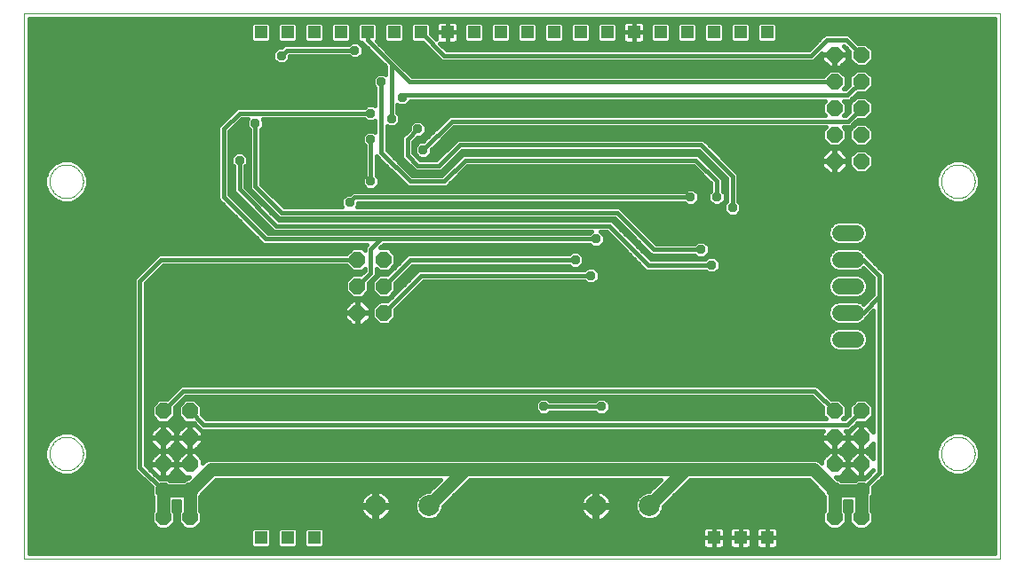
<source format=gbl>
G75*
G70*
%OFA0B0*%
%FSLAX24Y24*%
%IPPOS*%
%LPD*%
%AMOC8*
5,1,8,0,0,1.08239X$1,22.5*
%
%ADD10C,0.0000*%
%ADD11OC8,0.0600*%
%ADD12C,0.0787*%
%ADD13R,0.0480X0.0480*%
%ADD14C,0.0600*%
%ADD15C,0.0160*%
%ADD16OC8,0.0356*%
%ADD17C,0.0500*%
D10*
X000377Y000377D02*
X036991Y000377D01*
X036991Y020849D01*
X000377Y020849D01*
X000377Y000377D01*
X001322Y004314D02*
X001324Y004364D01*
X001330Y004414D01*
X001340Y004463D01*
X001354Y004511D01*
X001371Y004558D01*
X001392Y004603D01*
X001417Y004647D01*
X001445Y004688D01*
X001477Y004727D01*
X001511Y004764D01*
X001548Y004798D01*
X001588Y004828D01*
X001630Y004855D01*
X001674Y004879D01*
X001720Y004900D01*
X001767Y004916D01*
X001815Y004929D01*
X001865Y004938D01*
X001914Y004943D01*
X001965Y004944D01*
X002015Y004941D01*
X002064Y004934D01*
X002113Y004923D01*
X002161Y004908D01*
X002207Y004890D01*
X002252Y004868D01*
X002295Y004842D01*
X002336Y004813D01*
X002375Y004781D01*
X002411Y004746D01*
X002443Y004708D01*
X002473Y004668D01*
X002500Y004625D01*
X002523Y004581D01*
X002542Y004535D01*
X002558Y004487D01*
X002570Y004438D01*
X002578Y004389D01*
X002582Y004339D01*
X002582Y004289D01*
X002578Y004239D01*
X002570Y004190D01*
X002558Y004141D01*
X002542Y004093D01*
X002523Y004047D01*
X002500Y004003D01*
X002473Y003960D01*
X002443Y003920D01*
X002411Y003882D01*
X002375Y003847D01*
X002336Y003815D01*
X002295Y003786D01*
X002252Y003760D01*
X002207Y003738D01*
X002161Y003720D01*
X002113Y003705D01*
X002064Y003694D01*
X002015Y003687D01*
X001965Y003684D01*
X001914Y003685D01*
X001865Y003690D01*
X001815Y003699D01*
X001767Y003712D01*
X001720Y003728D01*
X001674Y003749D01*
X001630Y003773D01*
X001588Y003800D01*
X001548Y003830D01*
X001511Y003864D01*
X001477Y003901D01*
X001445Y003940D01*
X001417Y003981D01*
X001392Y004025D01*
X001371Y004070D01*
X001354Y004117D01*
X001340Y004165D01*
X001330Y004214D01*
X001324Y004264D01*
X001322Y004314D01*
X001322Y014550D02*
X001324Y014600D01*
X001330Y014650D01*
X001340Y014699D01*
X001354Y014747D01*
X001371Y014794D01*
X001392Y014839D01*
X001417Y014883D01*
X001445Y014924D01*
X001477Y014963D01*
X001511Y015000D01*
X001548Y015034D01*
X001588Y015064D01*
X001630Y015091D01*
X001674Y015115D01*
X001720Y015136D01*
X001767Y015152D01*
X001815Y015165D01*
X001865Y015174D01*
X001914Y015179D01*
X001965Y015180D01*
X002015Y015177D01*
X002064Y015170D01*
X002113Y015159D01*
X002161Y015144D01*
X002207Y015126D01*
X002252Y015104D01*
X002295Y015078D01*
X002336Y015049D01*
X002375Y015017D01*
X002411Y014982D01*
X002443Y014944D01*
X002473Y014904D01*
X002500Y014861D01*
X002523Y014817D01*
X002542Y014771D01*
X002558Y014723D01*
X002570Y014674D01*
X002578Y014625D01*
X002582Y014575D01*
X002582Y014525D01*
X002578Y014475D01*
X002570Y014426D01*
X002558Y014377D01*
X002542Y014329D01*
X002523Y014283D01*
X002500Y014239D01*
X002473Y014196D01*
X002443Y014156D01*
X002411Y014118D01*
X002375Y014083D01*
X002336Y014051D01*
X002295Y014022D01*
X002252Y013996D01*
X002207Y013974D01*
X002161Y013956D01*
X002113Y013941D01*
X002064Y013930D01*
X002015Y013923D01*
X001965Y013920D01*
X001914Y013921D01*
X001865Y013926D01*
X001815Y013935D01*
X001767Y013948D01*
X001720Y013964D01*
X001674Y013985D01*
X001630Y014009D01*
X001588Y014036D01*
X001548Y014066D01*
X001511Y014100D01*
X001477Y014137D01*
X001445Y014176D01*
X001417Y014217D01*
X001392Y014261D01*
X001371Y014306D01*
X001354Y014353D01*
X001340Y014401D01*
X001330Y014450D01*
X001324Y014500D01*
X001322Y014550D01*
X034786Y014550D02*
X034788Y014600D01*
X034794Y014650D01*
X034804Y014699D01*
X034818Y014747D01*
X034835Y014794D01*
X034856Y014839D01*
X034881Y014883D01*
X034909Y014924D01*
X034941Y014963D01*
X034975Y015000D01*
X035012Y015034D01*
X035052Y015064D01*
X035094Y015091D01*
X035138Y015115D01*
X035184Y015136D01*
X035231Y015152D01*
X035279Y015165D01*
X035329Y015174D01*
X035378Y015179D01*
X035429Y015180D01*
X035479Y015177D01*
X035528Y015170D01*
X035577Y015159D01*
X035625Y015144D01*
X035671Y015126D01*
X035716Y015104D01*
X035759Y015078D01*
X035800Y015049D01*
X035839Y015017D01*
X035875Y014982D01*
X035907Y014944D01*
X035937Y014904D01*
X035964Y014861D01*
X035987Y014817D01*
X036006Y014771D01*
X036022Y014723D01*
X036034Y014674D01*
X036042Y014625D01*
X036046Y014575D01*
X036046Y014525D01*
X036042Y014475D01*
X036034Y014426D01*
X036022Y014377D01*
X036006Y014329D01*
X035987Y014283D01*
X035964Y014239D01*
X035937Y014196D01*
X035907Y014156D01*
X035875Y014118D01*
X035839Y014083D01*
X035800Y014051D01*
X035759Y014022D01*
X035716Y013996D01*
X035671Y013974D01*
X035625Y013956D01*
X035577Y013941D01*
X035528Y013930D01*
X035479Y013923D01*
X035429Y013920D01*
X035378Y013921D01*
X035329Y013926D01*
X035279Y013935D01*
X035231Y013948D01*
X035184Y013964D01*
X035138Y013985D01*
X035094Y014009D01*
X035052Y014036D01*
X035012Y014066D01*
X034975Y014100D01*
X034941Y014137D01*
X034909Y014176D01*
X034881Y014217D01*
X034856Y014261D01*
X034835Y014306D01*
X034818Y014353D01*
X034804Y014401D01*
X034794Y014450D01*
X034788Y014500D01*
X034786Y014550D01*
X034786Y004314D02*
X034788Y004364D01*
X034794Y004414D01*
X034804Y004463D01*
X034818Y004511D01*
X034835Y004558D01*
X034856Y004603D01*
X034881Y004647D01*
X034909Y004688D01*
X034941Y004727D01*
X034975Y004764D01*
X035012Y004798D01*
X035052Y004828D01*
X035094Y004855D01*
X035138Y004879D01*
X035184Y004900D01*
X035231Y004916D01*
X035279Y004929D01*
X035329Y004938D01*
X035378Y004943D01*
X035429Y004944D01*
X035479Y004941D01*
X035528Y004934D01*
X035577Y004923D01*
X035625Y004908D01*
X035671Y004890D01*
X035716Y004868D01*
X035759Y004842D01*
X035800Y004813D01*
X035839Y004781D01*
X035875Y004746D01*
X035907Y004708D01*
X035937Y004668D01*
X035964Y004625D01*
X035987Y004581D01*
X036006Y004535D01*
X036022Y004487D01*
X036034Y004438D01*
X036042Y004389D01*
X036046Y004339D01*
X036046Y004289D01*
X036042Y004239D01*
X036034Y004190D01*
X036022Y004141D01*
X036006Y004093D01*
X035987Y004047D01*
X035964Y004003D01*
X035937Y003960D01*
X035907Y003920D01*
X035875Y003882D01*
X035839Y003847D01*
X035800Y003815D01*
X035759Y003786D01*
X035716Y003760D01*
X035671Y003738D01*
X035625Y003720D01*
X035577Y003705D01*
X035528Y003694D01*
X035479Y003687D01*
X035429Y003684D01*
X035378Y003685D01*
X035329Y003690D01*
X035279Y003699D01*
X035231Y003712D01*
X035184Y003728D01*
X035138Y003749D01*
X035094Y003773D01*
X035052Y003800D01*
X035012Y003830D01*
X034975Y003864D01*
X034941Y003901D01*
X034909Y003940D01*
X034881Y003981D01*
X034856Y004025D01*
X034835Y004070D01*
X034818Y004117D01*
X034804Y004165D01*
X034794Y004214D01*
X034788Y004264D01*
X034786Y004314D01*
D11*
X031782Y003920D03*
X030782Y003920D03*
X030782Y002920D03*
X031782Y002920D03*
X031782Y001920D03*
X030782Y001920D03*
X030782Y004920D03*
X031782Y004920D03*
X031782Y005920D03*
X030782Y005920D03*
X030782Y015306D03*
X031782Y015306D03*
X031782Y016306D03*
X030782Y016306D03*
X030782Y017306D03*
X031782Y017306D03*
X031782Y018306D03*
X030782Y018306D03*
X030782Y019306D03*
X031782Y019306D03*
X013869Y011613D03*
X012869Y011613D03*
X012869Y010613D03*
X013869Y010613D03*
X013869Y009613D03*
X012869Y009613D03*
X006586Y005920D03*
X005586Y005920D03*
X005586Y004920D03*
X006586Y004920D03*
X006586Y003920D03*
X005586Y003920D03*
X005586Y002920D03*
X006586Y002920D03*
X006586Y001920D03*
X005586Y001920D03*
D12*
X013558Y002355D03*
X015558Y002355D03*
X021826Y002355D03*
X023826Y002355D03*
D13*
X026247Y001156D03*
X027247Y001156D03*
X028247Y001156D03*
X011247Y001156D03*
X010247Y001156D03*
X009247Y001156D03*
X009247Y020156D03*
X010247Y020156D03*
X011247Y020156D03*
X012247Y020156D03*
X013247Y020156D03*
X014247Y020156D03*
X015247Y020156D03*
X016247Y020156D03*
X017247Y020156D03*
X018247Y020156D03*
X019247Y020156D03*
X020247Y020156D03*
X021247Y020156D03*
X022247Y020156D03*
X023247Y020156D03*
X024247Y020156D03*
X025247Y020156D03*
X026247Y020156D03*
X027247Y020156D03*
X028247Y020156D03*
D14*
X030982Y012613D02*
X031582Y012613D01*
X031582Y011613D02*
X030982Y011613D01*
X030982Y010613D02*
X031582Y010613D01*
X031582Y009613D02*
X030982Y009613D01*
X030982Y008613D02*
X031582Y008613D01*
D15*
X031893Y008302D02*
X032243Y008302D01*
X032243Y008460D02*
X031995Y008460D01*
X032022Y008526D02*
X031955Y008364D01*
X031832Y008240D01*
X031670Y008173D01*
X030895Y008173D01*
X030733Y008240D01*
X030609Y008364D01*
X030542Y008526D01*
X030542Y008701D01*
X030609Y008862D01*
X030733Y008986D01*
X030895Y009053D01*
X031670Y009053D01*
X031832Y008986D01*
X031955Y008862D01*
X032022Y008701D01*
X032022Y008526D01*
X032022Y008619D02*
X032243Y008619D01*
X032243Y008777D02*
X031991Y008777D01*
X031882Y008936D02*
X032243Y008936D01*
X032243Y009094D02*
X004928Y009094D01*
X004928Y008936D02*
X030683Y008936D01*
X030574Y008777D02*
X004928Y008777D01*
X004928Y008619D02*
X030542Y008619D01*
X030569Y008460D02*
X004928Y008460D01*
X004928Y008302D02*
X030671Y008302D01*
X030895Y009173D02*
X031670Y009173D01*
X031832Y009240D01*
X031955Y009364D01*
X031981Y009426D01*
X032243Y009688D01*
X032243Y005138D01*
X031981Y005400D01*
X031802Y005400D01*
X031802Y004940D01*
X031762Y004940D01*
X031762Y004900D01*
X031302Y004900D01*
X031302Y004721D01*
X031584Y004440D01*
X031762Y004440D01*
X031762Y004900D01*
X031802Y004900D01*
X031802Y004440D01*
X031981Y004440D01*
X032243Y004702D01*
X032243Y004138D01*
X031981Y004400D01*
X031802Y004400D01*
X031802Y003940D01*
X031762Y003940D01*
X031762Y003900D01*
X031302Y003900D01*
X031302Y003721D01*
X031584Y003440D01*
X031762Y003440D01*
X031762Y003900D01*
X031802Y003900D01*
X031802Y003440D01*
X031981Y003440D01*
X032243Y003702D01*
X032243Y003692D01*
X031911Y003360D01*
X031600Y003360D01*
X031550Y003310D01*
X031015Y003310D01*
X030965Y003360D01*
X030894Y003360D01*
X030814Y003440D01*
X030981Y003440D01*
X031262Y003721D01*
X031262Y003900D01*
X030802Y003900D01*
X030802Y003940D01*
X030762Y003940D01*
X030762Y004400D01*
X030584Y004400D01*
X030302Y004119D01*
X030302Y003952D01*
X030200Y004054D01*
X030057Y004113D01*
X007311Y004113D01*
X007168Y004054D01*
X007066Y003952D01*
X007066Y004119D01*
X006784Y004400D01*
X006606Y004400D01*
X006606Y003940D01*
X006566Y003940D01*
X006566Y004400D01*
X006387Y004400D01*
X006106Y004119D01*
X006106Y003940D01*
X006566Y003940D01*
X006566Y003900D01*
X006106Y003900D01*
X006106Y003721D01*
X006387Y003440D01*
X006554Y003440D01*
X006474Y003360D01*
X006403Y003360D01*
X006353Y003310D01*
X005818Y003310D01*
X005768Y003360D01*
X005457Y003360D01*
X004928Y003889D01*
X004928Y010719D01*
X005602Y011393D01*
X012467Y011393D01*
X012687Y011173D01*
X013051Y011173D01*
X013149Y011271D01*
X013149Y011204D01*
X012998Y011053D01*
X012687Y011053D01*
X012429Y010795D01*
X012429Y010431D01*
X012687Y010173D01*
X013051Y010173D01*
X013309Y010431D01*
X013309Y010742D01*
X013460Y010893D01*
X013589Y011022D01*
X013589Y011271D01*
X013687Y011173D01*
X014051Y011173D01*
X014309Y011431D01*
X014309Y011795D01*
X014051Y012053D01*
X013742Y012053D01*
X013854Y012165D01*
X021604Y012165D01*
X021702Y012067D01*
X021965Y012067D01*
X022152Y012253D01*
X022152Y012516D01*
X022011Y012657D01*
X022235Y012657D01*
X023711Y011180D01*
X025934Y011180D01*
X026032Y011082D01*
X026296Y011082D01*
X026482Y011269D01*
X026482Y011532D01*
X026296Y011719D01*
X026032Y011719D01*
X025934Y011620D01*
X023893Y011620D01*
X022546Y012968D01*
X022417Y013097D01*
X009917Y013097D01*
X008668Y014346D01*
X008668Y015108D01*
X008766Y015206D01*
X008766Y015469D01*
X008579Y015656D01*
X008316Y015656D01*
X008130Y015469D01*
X008130Y015206D01*
X008228Y015108D01*
X008228Y014164D01*
X008357Y014035D01*
X009735Y012657D01*
X021656Y012657D01*
X021604Y012605D01*
X009523Y012605D01*
X008077Y014051D01*
X008077Y016427D01*
X008539Y016889D01*
X008762Y016889D01*
X008720Y016847D01*
X008720Y016584D01*
X008818Y016486D01*
X008818Y014262D01*
X008947Y014133D01*
X009931Y013149D01*
X022530Y013149D01*
X023908Y011771D01*
X025541Y011771D01*
X025639Y011673D01*
X025902Y011673D01*
X026089Y011859D01*
X026089Y012123D01*
X025902Y012309D01*
X025639Y012309D01*
X025541Y012211D01*
X024090Y012211D01*
X022841Y013460D01*
X022712Y013589D01*
X012858Y013589D01*
X012900Y013631D01*
X012900Y013740D01*
X025147Y013740D01*
X025245Y013641D01*
X025509Y013641D01*
X025695Y013828D01*
X025695Y014091D01*
X025509Y014278D01*
X025245Y014278D01*
X025147Y014180D01*
X012687Y014180D01*
X012589Y014081D01*
X012450Y014081D01*
X012263Y013894D01*
X012263Y013631D01*
X012305Y013589D01*
X010114Y013589D01*
X009258Y014444D01*
X009258Y016486D01*
X009356Y016584D01*
X009356Y016847D01*
X009314Y016889D01*
X013139Y016889D01*
X013237Y016791D01*
X013501Y016791D01*
X013543Y016833D01*
X013543Y016401D01*
X013501Y016443D01*
X013237Y016443D01*
X013051Y016257D01*
X013051Y015993D01*
X013149Y015895D01*
X013149Y014780D01*
X013051Y014682D01*
X013051Y014418D01*
X013237Y014232D01*
X013501Y014232D01*
X013687Y014418D01*
X013687Y014682D01*
X013589Y014780D01*
X013589Y015495D01*
X013672Y015413D01*
X014625Y014459D01*
X014754Y014330D01*
X016216Y014330D01*
X016345Y014459D01*
X017003Y015117D01*
X025483Y015117D01*
X026141Y014459D01*
X026141Y014189D01*
X026043Y014091D01*
X026043Y013828D01*
X026229Y013641D01*
X026493Y013641D01*
X026679Y013828D01*
X026679Y014091D01*
X026581Y014189D01*
X026581Y014641D01*
X025794Y015429D01*
X025665Y015557D01*
X016821Y015557D01*
X016034Y014770D01*
X014936Y014770D01*
X013983Y015724D01*
X013983Y016636D01*
X014025Y016594D01*
X014288Y016594D01*
X014474Y016781D01*
X014474Y017044D01*
X014376Y017142D01*
X014376Y017424D01*
X014418Y017382D01*
X014682Y017382D01*
X014868Y017568D01*
X014868Y017578D01*
X030432Y017578D01*
X030342Y017488D01*
X030342Y017124D01*
X030432Y017034D01*
X016329Y017034D01*
X015344Y016049D01*
X015206Y016049D01*
X015019Y015863D01*
X015019Y015599D01*
X015206Y015413D01*
X015469Y015413D01*
X015656Y015599D01*
X015656Y015738D01*
X016511Y016594D01*
X030448Y016594D01*
X030342Y016488D01*
X030342Y016124D01*
X030600Y015866D01*
X030965Y015866D01*
X031222Y016124D01*
X031222Y016488D01*
X031117Y016594D01*
X031381Y016594D01*
X031510Y016723D01*
X031653Y016866D01*
X031965Y016866D01*
X032222Y017124D01*
X032222Y017488D01*
X031965Y017746D01*
X031600Y017746D01*
X031342Y017488D01*
X031342Y017177D01*
X031199Y017034D01*
X031132Y017034D01*
X031222Y017124D01*
X031222Y017488D01*
X031132Y017578D01*
X031366Y017578D01*
X031494Y017707D01*
X031653Y017866D01*
X031965Y017866D01*
X032222Y018124D01*
X032222Y018488D01*
X031965Y018746D01*
X031600Y018746D01*
X031342Y018488D01*
X031342Y018177D01*
X031183Y018018D01*
X031117Y018018D01*
X031222Y018124D01*
X031222Y018488D01*
X030965Y018746D01*
X030600Y018746D01*
X030364Y018510D01*
X014913Y018510D01*
X014376Y019047D01*
X013596Y019827D01*
X013627Y019858D01*
X013627Y020454D01*
X013545Y020536D01*
X012949Y020536D01*
X012867Y020454D01*
X012867Y019858D01*
X012949Y019776D01*
X013027Y019776D01*
X013027Y019774D01*
X013156Y019645D01*
X013936Y018864D01*
X013936Y018566D01*
X013894Y018608D01*
X013631Y018608D01*
X013445Y018422D01*
X013445Y018158D01*
X013543Y018060D01*
X013543Y017385D01*
X013501Y017427D01*
X013237Y017427D01*
X013139Y017329D01*
X008357Y017329D01*
X008228Y017200D01*
X007637Y016610D01*
X007637Y013868D01*
X007766Y013740D01*
X009341Y012165D01*
X013232Y012165D01*
X013149Y012082D01*
X013149Y011955D01*
X013051Y012053D01*
X012687Y012053D01*
X012467Y011833D01*
X005420Y011833D01*
X004616Y011030D01*
X004488Y010901D01*
X004488Y003707D01*
X005146Y003049D01*
X005146Y002738D01*
X005196Y002688D01*
X005196Y002152D01*
X005146Y002102D01*
X005146Y001738D01*
X005403Y001480D01*
X005768Y001480D01*
X006026Y001738D01*
X006026Y002102D01*
X005976Y002152D01*
X005976Y002530D01*
X006196Y002530D01*
X006196Y002152D01*
X006146Y002102D01*
X006146Y001738D01*
X006403Y001480D01*
X006768Y001480D01*
X007026Y001738D01*
X007026Y002102D01*
X006976Y002152D01*
X006976Y002688D01*
X007026Y002738D01*
X007026Y002809D01*
X007550Y003333D01*
X015985Y003333D01*
X015541Y002889D01*
X015452Y002889D01*
X015256Y002808D01*
X015106Y002658D01*
X015025Y002461D01*
X015025Y002249D01*
X015106Y002053D01*
X015256Y001903D01*
X015452Y001821D01*
X015665Y001821D01*
X015861Y001903D01*
X016011Y002053D01*
X016092Y002249D01*
X016092Y002337D01*
X017088Y003333D01*
X024253Y003333D01*
X023808Y002889D01*
X023720Y002889D01*
X023524Y002808D01*
X023374Y002658D01*
X023292Y002461D01*
X023292Y002249D01*
X023374Y002053D01*
X023524Y001903D01*
X023720Y001821D01*
X023932Y001821D01*
X024128Y001903D01*
X024279Y002053D01*
X024360Y002249D01*
X024360Y002337D01*
X025356Y003333D01*
X029818Y003333D01*
X030342Y002809D01*
X030342Y002738D01*
X030392Y002688D01*
X030392Y002152D01*
X030342Y002102D01*
X030342Y001738D01*
X030600Y001480D01*
X030965Y001480D01*
X031222Y001738D01*
X031222Y002102D01*
X031172Y002152D01*
X031172Y002530D01*
X031392Y002530D01*
X031392Y002152D01*
X031342Y002102D01*
X031342Y001738D01*
X031600Y001480D01*
X031965Y001480D01*
X032222Y001738D01*
X032222Y002102D01*
X032172Y002152D01*
X032172Y002688D01*
X032222Y002738D01*
X032222Y003049D01*
X032683Y003510D01*
X032683Y011098D01*
X032555Y011227D01*
X031981Y011800D01*
X031955Y011862D01*
X031832Y011986D01*
X031670Y012053D01*
X030895Y012053D01*
X030733Y011986D01*
X030609Y011862D01*
X030542Y011701D01*
X030542Y011526D01*
X030609Y011364D01*
X030733Y011240D01*
X030895Y011173D01*
X031670Y011173D01*
X031832Y011240D01*
X031875Y011284D01*
X032243Y010916D01*
X032243Y010310D01*
X031875Y009942D01*
X031832Y009986D01*
X031670Y010053D01*
X030895Y010053D01*
X030733Y009986D01*
X030609Y009862D01*
X030542Y009701D01*
X030542Y009526D01*
X030609Y009364D01*
X030733Y009240D01*
X030895Y009173D01*
X030720Y009253D02*
X014131Y009253D01*
X014051Y009173D02*
X014309Y009431D01*
X014309Y009742D01*
X015354Y010787D01*
X021407Y010787D01*
X021505Y010689D01*
X021768Y010689D01*
X021955Y010875D01*
X021955Y011139D01*
X021768Y011325D01*
X021505Y011325D01*
X021407Y011227D01*
X015172Y011227D01*
X015043Y011098D01*
X013998Y010053D01*
X013687Y010053D01*
X013429Y009795D01*
X013429Y009431D01*
X013687Y009173D01*
X014051Y009173D01*
X014290Y009411D02*
X030590Y009411D01*
X030542Y009570D02*
X014309Y009570D01*
X014309Y009728D02*
X030554Y009728D01*
X030634Y009887D02*
X014454Y009887D01*
X014612Y010045D02*
X030876Y010045D01*
X030895Y010173D02*
X031670Y010173D01*
X031832Y010240D01*
X031955Y010364D01*
X032022Y010526D01*
X032022Y010701D01*
X031955Y010862D01*
X031832Y010986D01*
X031670Y011053D01*
X030895Y011053D01*
X030733Y010986D01*
X030609Y010862D01*
X030542Y010701D01*
X030542Y010526D01*
X030609Y010364D01*
X030733Y010240D01*
X030895Y010173D01*
X030820Y010204D02*
X014771Y010204D01*
X014929Y010362D02*
X030611Y010362D01*
X030544Y010521D02*
X015088Y010521D01*
X015246Y010679D02*
X030542Y010679D01*
X030599Y010838D02*
X021918Y010838D01*
X021955Y010996D02*
X030758Y010996D01*
X030660Y011313D02*
X026482Y011313D01*
X026482Y011472D02*
X030565Y011472D01*
X030542Y011630D02*
X026384Y011630D01*
X026164Y011400D02*
X023802Y011400D01*
X022326Y012877D01*
X009826Y012877D01*
X008448Y014255D01*
X008448Y015337D01*
X008677Y015117D02*
X008818Y015117D01*
X008818Y014959D02*
X008668Y014959D01*
X008668Y014800D02*
X008818Y014800D01*
X008818Y014642D02*
X008668Y014642D01*
X008668Y014483D02*
X008818Y014483D01*
X008818Y014325D02*
X008689Y014325D01*
X008847Y014166D02*
X008914Y014166D01*
X009006Y014008D02*
X009072Y014008D01*
X009164Y013849D02*
X009231Y013849D01*
X009323Y013691D02*
X009389Y013691D01*
X009481Y013532D02*
X009548Y013532D01*
X009640Y013374D02*
X009706Y013374D01*
X009798Y013215D02*
X009865Y013215D01*
X010023Y013369D02*
X009038Y014353D01*
X009038Y016715D01*
X008720Y016702D02*
X008352Y016702D01*
X008194Y016544D02*
X008760Y016544D01*
X008818Y016385D02*
X008077Y016385D01*
X008077Y016227D02*
X008818Y016227D01*
X008818Y016068D02*
X008077Y016068D01*
X008077Y015910D02*
X008818Y015910D01*
X008818Y015751D02*
X008077Y015751D01*
X008077Y015593D02*
X008253Y015593D01*
X008130Y015434D02*
X008077Y015434D01*
X008077Y015276D02*
X008130Y015276D01*
X008077Y015117D02*
X008218Y015117D01*
X008228Y014959D02*
X008077Y014959D01*
X008077Y014800D02*
X008228Y014800D01*
X008228Y014642D02*
X008077Y014642D01*
X008077Y014483D02*
X008228Y014483D01*
X008228Y014325D02*
X008077Y014325D01*
X008077Y014166D02*
X008228Y014166D01*
X008120Y014008D02*
X008384Y014008D01*
X008278Y013849D02*
X008542Y013849D01*
X008437Y013691D02*
X008701Y013691D01*
X008595Y013532D02*
X008859Y013532D01*
X008754Y013374D02*
X009018Y013374D01*
X008912Y013215D02*
X009176Y013215D01*
X009071Y013057D02*
X009335Y013057D01*
X009229Y012898D02*
X009493Y012898D01*
X009388Y012740D02*
X009652Y012740D01*
X009432Y012385D02*
X007857Y013960D01*
X007857Y016519D01*
X008448Y017109D01*
X013369Y017109D01*
X013146Y017336D02*
X000557Y017336D01*
X000557Y017178D02*
X008205Y017178D01*
X008047Y017019D02*
X000557Y017019D01*
X000557Y016861D02*
X007888Y016861D01*
X007730Y016702D02*
X000557Y016702D01*
X000557Y016544D02*
X007637Y016544D01*
X007637Y016385D02*
X000557Y016385D01*
X000557Y016227D02*
X007637Y016227D01*
X007637Y016068D02*
X000557Y016068D01*
X000557Y015910D02*
X007637Y015910D01*
X007637Y015751D02*
X000557Y015751D01*
X000557Y015593D02*
X007637Y015593D01*
X007637Y015434D02*
X000557Y015434D01*
X000557Y015276D02*
X001587Y015276D01*
X001493Y015237D02*
X001265Y015009D01*
X001142Y014711D01*
X001142Y014389D01*
X001265Y014091D01*
X001493Y013863D01*
X001791Y013740D01*
X002113Y013740D01*
X002410Y013863D01*
X002638Y014091D01*
X002762Y014389D01*
X002762Y014711D01*
X002638Y015009D01*
X002410Y015237D01*
X002113Y015360D01*
X001791Y015360D01*
X001493Y015237D01*
X001374Y015117D02*
X000557Y015117D01*
X000557Y014959D02*
X001244Y014959D01*
X001179Y014800D02*
X000557Y014800D01*
X000557Y014642D02*
X001142Y014642D01*
X001142Y014483D02*
X000557Y014483D01*
X000557Y014325D02*
X001168Y014325D01*
X001234Y014166D02*
X000557Y014166D01*
X000557Y014008D02*
X001348Y014008D01*
X001527Y013849D02*
X000557Y013849D01*
X000557Y013691D02*
X007815Y013691D01*
X007973Y013532D02*
X000557Y013532D01*
X000557Y013374D02*
X008132Y013374D01*
X008290Y013215D02*
X000557Y013215D01*
X000557Y013057D02*
X008449Y013057D01*
X008607Y012898D02*
X000557Y012898D01*
X000557Y012740D02*
X008766Y012740D01*
X008924Y012581D02*
X000557Y012581D01*
X000557Y012423D02*
X009083Y012423D01*
X009241Y012264D02*
X000557Y012264D01*
X000557Y012106D02*
X013173Y012106D01*
X013369Y011991D02*
X013763Y012385D01*
X009432Y012385D01*
X010023Y013369D02*
X022621Y013369D01*
X023999Y011991D01*
X025771Y011991D01*
X026018Y011789D02*
X030579Y011789D01*
X030694Y011947D02*
X026089Y011947D01*
X026089Y012106D02*
X036811Y012106D01*
X036811Y012264D02*
X031856Y012264D01*
X031832Y012240D02*
X031955Y012364D01*
X032022Y012526D01*
X032022Y012701D01*
X031955Y012862D01*
X031832Y012986D01*
X031670Y013053D01*
X030895Y013053D01*
X030733Y012986D01*
X030609Y012862D01*
X030542Y012701D01*
X030542Y012526D01*
X030609Y012364D01*
X030733Y012240D01*
X030895Y012173D01*
X031670Y012173D01*
X031832Y012240D01*
X031980Y012423D02*
X036811Y012423D01*
X036811Y012581D02*
X032022Y012581D01*
X032006Y012740D02*
X036811Y012740D01*
X036811Y012898D02*
X031919Y012898D01*
X030645Y012898D02*
X023403Y012898D01*
X023561Y012740D02*
X030559Y012740D01*
X030542Y012581D02*
X023720Y012581D01*
X023878Y012423D02*
X030585Y012423D01*
X030709Y012264D02*
X025947Y012264D01*
X025594Y012264D02*
X024037Y012264D01*
X023731Y011947D02*
X023566Y011947D01*
X023573Y012106D02*
X023408Y012106D01*
X023414Y012264D02*
X023249Y012264D01*
X023256Y012423D02*
X023091Y012423D01*
X023097Y012581D02*
X022932Y012581D01*
X022939Y012740D02*
X022774Y012740D01*
X022780Y012898D02*
X022615Y012898D01*
X022622Y013057D02*
X022457Y013057D01*
X023086Y013215D02*
X036811Y013215D01*
X036811Y013057D02*
X023244Y013057D01*
X022927Y013374D02*
X026694Y013374D01*
X026634Y013434D02*
X026820Y013248D01*
X027083Y013248D01*
X027270Y013434D01*
X027270Y013698D01*
X027172Y013796D01*
X027172Y014838D01*
X025991Y016019D01*
X025862Y016148D01*
X016624Y016148D01*
X015837Y015361D01*
X015232Y015361D01*
X014967Y015625D01*
X014967Y016034D01*
X015134Y016200D01*
X015272Y016200D01*
X015459Y016387D01*
X015459Y016650D01*
X015272Y016837D01*
X015009Y016837D01*
X014823Y016650D01*
X014823Y016512D01*
X014527Y016216D01*
X014527Y015443D01*
X014656Y015314D01*
X015050Y014921D01*
X016019Y014921D01*
X016148Y015050D01*
X016807Y015708D01*
X025679Y015708D01*
X026732Y014656D01*
X026732Y013796D01*
X026634Y013698D01*
X026634Y013434D01*
X026634Y013532D02*
X022769Y013532D01*
X022310Y012581D02*
X022087Y012581D01*
X022152Y012423D02*
X022469Y012423D01*
X022627Y012264D02*
X022152Y012264D01*
X022005Y012106D02*
X022786Y012106D01*
X022944Y011947D02*
X014157Y011947D01*
X014309Y011789D02*
X014734Y011789D01*
X014762Y011817D02*
X014633Y011688D01*
X013998Y011053D01*
X013687Y011053D01*
X013429Y010795D01*
X013429Y010431D01*
X013687Y010173D01*
X014051Y010173D01*
X014309Y010431D01*
X014309Y010742D01*
X014944Y011377D01*
X020816Y011377D01*
X020914Y011279D01*
X021178Y011279D01*
X021364Y011466D01*
X021364Y011729D01*
X021178Y011915D01*
X020914Y011915D01*
X020816Y011817D01*
X014762Y011817D01*
X014853Y011597D02*
X021046Y011597D01*
X021364Y011630D02*
X023261Y011630D01*
X023420Y011472D02*
X021364Y011472D01*
X021493Y011313D02*
X021212Y011313D01*
X020880Y011313D02*
X014880Y011313D01*
X014722Y011155D02*
X015100Y011155D01*
X015263Y011007D02*
X021637Y011007D01*
X021938Y011155D02*
X025960Y011155D01*
X026369Y011155D02*
X032004Y011155D01*
X032163Y010996D02*
X031807Y010996D01*
X031966Y010838D02*
X032243Y010838D01*
X032243Y010679D02*
X032022Y010679D01*
X032020Y010521D02*
X032243Y010521D01*
X032243Y010362D02*
X031954Y010362D01*
X032137Y010204D02*
X031744Y010204D01*
X031688Y010045D02*
X031978Y010045D01*
X031857Y009613D02*
X032463Y010219D01*
X032463Y003601D01*
X031782Y002920D01*
X032222Y002913D02*
X036811Y002913D01*
X036811Y003071D02*
X032245Y003071D01*
X032403Y003230D02*
X036811Y003230D01*
X036811Y003388D02*
X032562Y003388D01*
X032683Y003547D02*
X035152Y003547D01*
X035255Y003504D02*
X035577Y003504D01*
X035875Y003627D01*
X036103Y003855D01*
X036226Y004153D01*
X036226Y004475D01*
X036103Y004773D01*
X035875Y005000D01*
X035577Y005124D01*
X035255Y005124D01*
X034957Y005000D01*
X034730Y004773D01*
X034606Y004475D01*
X034606Y004153D01*
X034730Y003855D01*
X034957Y003627D01*
X035255Y003504D01*
X034879Y003705D02*
X032683Y003705D01*
X032683Y003864D02*
X034726Y003864D01*
X034660Y004022D02*
X032683Y004022D01*
X032683Y004181D02*
X034606Y004181D01*
X034606Y004339D02*
X032683Y004339D01*
X032683Y004498D02*
X034616Y004498D01*
X034681Y004656D02*
X032683Y004656D01*
X032683Y004815D02*
X034772Y004815D01*
X034930Y004973D02*
X032683Y004973D01*
X032683Y005132D02*
X036811Y005132D01*
X036811Y005290D02*
X032683Y005290D01*
X032683Y005449D02*
X036811Y005449D01*
X036811Y005607D02*
X032683Y005607D01*
X032683Y005766D02*
X036811Y005766D01*
X036811Y005924D02*
X032683Y005924D01*
X032683Y006083D02*
X036811Y006083D01*
X036811Y006241D02*
X032683Y006241D01*
X032683Y006400D02*
X036811Y006400D01*
X036811Y006558D02*
X032683Y006558D01*
X032683Y006717D02*
X036811Y006717D01*
X036811Y006875D02*
X032683Y006875D01*
X032683Y007034D02*
X036811Y007034D01*
X036811Y007192D02*
X032683Y007192D01*
X032683Y007351D02*
X036811Y007351D01*
X036811Y007509D02*
X032683Y007509D01*
X032683Y007668D02*
X036811Y007668D01*
X036811Y007826D02*
X032683Y007826D01*
X032683Y007985D02*
X036811Y007985D01*
X036811Y008143D02*
X032683Y008143D01*
X032683Y008302D02*
X036811Y008302D01*
X036811Y008460D02*
X032683Y008460D01*
X032683Y008619D02*
X036811Y008619D01*
X036811Y008777D02*
X032683Y008777D01*
X032683Y008936D02*
X036811Y008936D01*
X036811Y009094D02*
X032683Y009094D01*
X032683Y009253D02*
X036811Y009253D01*
X036811Y009411D02*
X032683Y009411D01*
X032683Y009570D02*
X036811Y009570D01*
X036811Y009728D02*
X032683Y009728D01*
X032683Y009887D02*
X036811Y009887D01*
X036811Y010045D02*
X032683Y010045D01*
X032683Y010204D02*
X036811Y010204D01*
X036811Y010362D02*
X032683Y010362D01*
X032683Y010521D02*
X036811Y010521D01*
X036811Y010679D02*
X032683Y010679D01*
X032683Y010838D02*
X036811Y010838D01*
X036811Y010996D02*
X032683Y010996D01*
X032626Y011155D02*
X036811Y011155D01*
X036811Y011313D02*
X032468Y011313D01*
X032309Y011472D02*
X036811Y011472D01*
X036811Y011630D02*
X032151Y011630D01*
X031992Y011789D02*
X036811Y011789D01*
X036811Y011947D02*
X031870Y011947D01*
X031857Y011613D02*
X031282Y011613D01*
X031857Y011613D02*
X032463Y011007D01*
X032463Y010219D01*
X032243Y009570D02*
X032125Y009570D01*
X032243Y009411D02*
X031975Y009411D01*
X031844Y009253D02*
X032243Y009253D01*
X031857Y009613D02*
X031282Y009613D01*
X032243Y008143D02*
X004928Y008143D01*
X004928Y007985D02*
X032243Y007985D01*
X032243Y007826D02*
X004928Y007826D01*
X004928Y007668D02*
X032243Y007668D01*
X032243Y007509D02*
X004928Y007509D01*
X004928Y007351D02*
X032243Y007351D01*
X032243Y007192D02*
X004928Y007192D01*
X004928Y007034D02*
X032243Y007034D01*
X032243Y006875D02*
X030138Y006875D01*
X030118Y006896D02*
X006250Y006896D01*
X006121Y006767D01*
X005714Y006360D01*
X005403Y006360D01*
X005146Y006102D01*
X005146Y005738D01*
X005403Y005480D01*
X005768Y005480D01*
X006026Y005738D01*
X006026Y006049D01*
X006433Y006456D01*
X029935Y006456D01*
X030342Y006049D01*
X030342Y005738D01*
X030464Y005617D01*
X007200Y005617D01*
X007026Y005791D01*
X007026Y006102D01*
X006768Y006360D01*
X006403Y006360D01*
X006146Y006102D01*
X006146Y005738D01*
X006403Y005480D01*
X006714Y005480D01*
X006889Y005305D01*
X007018Y005177D01*
X030360Y005177D01*
X030302Y005119D01*
X030302Y004940D01*
X030762Y004940D01*
X030762Y004900D01*
X030302Y004900D01*
X030302Y004721D01*
X030584Y004440D01*
X030762Y004440D01*
X030762Y004900D01*
X030802Y004900D01*
X030802Y004440D01*
X030981Y004440D01*
X031262Y004721D01*
X031262Y004900D01*
X030802Y004900D01*
X030802Y004940D01*
X031262Y004940D01*
X031262Y005119D01*
X031205Y005177D01*
X031350Y005177D01*
X031653Y005480D01*
X031965Y005480D01*
X032222Y005738D01*
X032222Y006102D01*
X031965Y006360D01*
X031600Y006360D01*
X031342Y006102D01*
X031342Y005791D01*
X031168Y005617D01*
X031101Y005617D01*
X031222Y005738D01*
X031222Y006102D01*
X030965Y006360D01*
X030653Y006360D01*
X030118Y006896D01*
X030026Y006676D02*
X030782Y005920D01*
X030342Y005924D02*
X022319Y005924D01*
X022349Y005954D02*
X022162Y005767D01*
X021899Y005767D01*
X021801Y005866D01*
X020095Y005866D01*
X019997Y005767D01*
X019733Y005767D01*
X019547Y005954D01*
X019547Y006217D01*
X019733Y006404D01*
X019997Y006404D01*
X020095Y006306D01*
X021801Y006306D01*
X021899Y006404D01*
X022162Y006404D01*
X022349Y006217D01*
X022349Y005954D01*
X022349Y006083D02*
X030309Y006083D01*
X030150Y006241D02*
X022324Y006241D01*
X022166Y006400D02*
X029992Y006400D01*
X030026Y006676D02*
X006341Y006676D01*
X005586Y005920D01*
X005895Y005607D02*
X006276Y005607D01*
X006146Y005766D02*
X006026Y005766D01*
X006026Y005924D02*
X006146Y005924D01*
X006146Y006083D02*
X006059Y006083D01*
X006218Y006241D02*
X006284Y006241D01*
X006376Y006400D02*
X019730Y006400D01*
X019571Y006241D02*
X006887Y006241D01*
X007026Y006083D02*
X019547Y006083D01*
X019576Y005924D02*
X007026Y005924D01*
X007051Y005766D02*
X030342Y005766D01*
X031222Y005766D02*
X031317Y005766D01*
X031342Y005924D02*
X031222Y005924D01*
X031222Y006083D02*
X031342Y006083D01*
X031481Y006241D02*
X031083Y006241D01*
X030614Y006400D02*
X032243Y006400D01*
X032243Y006558D02*
X030455Y006558D01*
X030297Y006717D02*
X032243Y006717D01*
X032243Y006241D02*
X032083Y006241D01*
X032222Y006083D02*
X032243Y006083D01*
X032243Y005924D02*
X032222Y005924D01*
X032222Y005766D02*
X032243Y005766D01*
X032243Y005607D02*
X032092Y005607D01*
X032243Y005449D02*
X031622Y005449D01*
X031584Y005400D02*
X031302Y005119D01*
X031302Y004940D01*
X031762Y004940D01*
X031762Y005400D01*
X031584Y005400D01*
X031474Y005290D02*
X031464Y005290D01*
X031315Y005132D02*
X031249Y005132D01*
X031262Y004973D02*
X031302Y004973D01*
X031302Y004815D02*
X031262Y004815D01*
X031197Y004656D02*
X031367Y004656D01*
X031526Y004498D02*
X031039Y004498D01*
X030981Y004400D02*
X030802Y004400D01*
X030802Y003940D01*
X031262Y003940D01*
X031262Y004119D01*
X030981Y004400D01*
X031042Y004339D02*
X031523Y004339D01*
X031584Y004400D02*
X031302Y004119D01*
X031302Y003940D01*
X031762Y003940D01*
X031762Y004400D01*
X031584Y004400D01*
X031762Y004339D02*
X031802Y004339D01*
X031802Y004181D02*
X031762Y004181D01*
X031762Y004022D02*
X031802Y004022D01*
X031802Y003864D02*
X031762Y003864D01*
X031762Y003705D02*
X031802Y003705D01*
X031802Y003547D02*
X031762Y003547D01*
X031939Y003388D02*
X030866Y003388D01*
X031088Y003547D02*
X031477Y003547D01*
X031318Y003705D02*
X031246Y003705D01*
X031262Y003864D02*
X031302Y003864D01*
X031302Y004022D02*
X031262Y004022D01*
X031200Y004181D02*
X031364Y004181D01*
X030802Y004181D02*
X030762Y004181D01*
X030762Y004339D02*
X030802Y004339D01*
X030802Y004498D02*
X030762Y004498D01*
X030762Y004656D02*
X030802Y004656D01*
X030802Y004815D02*
X030762Y004815D01*
X030526Y004498D02*
X006842Y004498D01*
X006784Y004440D02*
X006606Y004440D01*
X006606Y004900D01*
X006606Y004940D01*
X007066Y004940D01*
X007066Y005119D01*
X006784Y005400D01*
X006606Y005400D01*
X006606Y004940D01*
X006566Y004940D01*
X006566Y005400D01*
X006387Y005400D01*
X006106Y005119D01*
X006106Y004940D01*
X006566Y004940D01*
X006566Y004900D01*
X006606Y004900D01*
X007066Y004900D01*
X007066Y004721D01*
X006784Y004440D01*
X006845Y004339D02*
X030523Y004339D01*
X030364Y004181D02*
X007004Y004181D01*
X007066Y004022D02*
X007136Y004022D01*
X006606Y004022D02*
X006566Y004022D01*
X006566Y004181D02*
X006606Y004181D01*
X006606Y004339D02*
X006566Y004339D01*
X006566Y004440D02*
X006566Y004900D01*
X006106Y004900D01*
X006106Y004721D01*
X006387Y004440D01*
X006566Y004440D01*
X006566Y004498D02*
X006606Y004498D01*
X006606Y004656D02*
X006566Y004656D01*
X006566Y004815D02*
X006606Y004815D01*
X006606Y004973D02*
X006566Y004973D01*
X006566Y005132D02*
X006606Y005132D01*
X006606Y005290D02*
X006566Y005290D01*
X006746Y005449D02*
X004928Y005449D01*
X004928Y005607D02*
X005276Y005607D01*
X005146Y005766D02*
X004928Y005766D01*
X004928Y005924D02*
X005146Y005924D01*
X005146Y006083D02*
X004928Y006083D01*
X004928Y006241D02*
X005284Y006241D01*
X004928Y006400D02*
X005754Y006400D01*
X005913Y006558D02*
X004928Y006558D01*
X004928Y006717D02*
X006071Y006717D01*
X006230Y006875D02*
X004928Y006875D01*
X004488Y006875D02*
X000557Y006875D01*
X000557Y006717D02*
X004488Y006717D01*
X004488Y006558D02*
X000557Y006558D01*
X000557Y006400D02*
X004488Y006400D01*
X004488Y006241D02*
X000557Y006241D01*
X000557Y006083D02*
X004488Y006083D01*
X004488Y005924D02*
X000557Y005924D01*
X000557Y005766D02*
X004488Y005766D01*
X004488Y005607D02*
X000557Y005607D01*
X000557Y005449D02*
X004488Y005449D01*
X004488Y005290D02*
X000557Y005290D01*
X000557Y005132D02*
X004488Y005132D01*
X004488Y004973D02*
X002438Y004973D01*
X002410Y005000D02*
X002113Y005124D01*
X001791Y005124D01*
X001493Y005000D01*
X001265Y004773D01*
X001142Y004475D01*
X001142Y004153D01*
X001265Y003855D01*
X001493Y003627D01*
X001791Y003504D01*
X002113Y003504D01*
X002410Y003627D01*
X002638Y003855D01*
X002762Y004153D01*
X002762Y004475D01*
X002638Y004773D01*
X002410Y005000D01*
X002596Y004815D02*
X004488Y004815D01*
X004488Y004656D02*
X002686Y004656D01*
X002752Y004498D02*
X004488Y004498D01*
X004488Y004339D02*
X002762Y004339D01*
X002762Y004181D02*
X004488Y004181D01*
X004488Y004022D02*
X002708Y004022D01*
X002642Y003864D02*
X004488Y003864D01*
X004489Y003705D02*
X002489Y003705D01*
X002216Y003547D02*
X004648Y003547D01*
X004806Y003388D02*
X000557Y003388D01*
X000557Y003230D02*
X004965Y003230D01*
X005123Y003071D02*
X000557Y003071D01*
X000557Y002913D02*
X005146Y002913D01*
X005146Y002754D02*
X000557Y002754D01*
X000557Y002596D02*
X005196Y002596D01*
X005196Y002437D02*
X000557Y002437D01*
X000557Y002279D02*
X005196Y002279D01*
X005163Y002120D02*
X000557Y002120D01*
X000557Y001962D02*
X005146Y001962D01*
X005146Y001803D02*
X000557Y001803D01*
X000557Y001645D02*
X005239Y001645D01*
X005397Y001486D02*
X000557Y001486D01*
X000557Y001328D02*
X008867Y001328D01*
X008867Y001454D02*
X008867Y000858D01*
X008949Y000776D01*
X009545Y000776D01*
X009627Y000858D01*
X009627Y001454D01*
X009545Y001536D01*
X008949Y001536D01*
X008867Y001454D01*
X008899Y001486D02*
X006774Y001486D01*
X006932Y001645D02*
X030435Y001645D01*
X030342Y001803D02*
X021984Y001803D01*
X021960Y001796D02*
X022046Y001824D01*
X022127Y001865D01*
X022200Y001918D01*
X022264Y001981D01*
X022317Y002055D01*
X022358Y002135D01*
X022386Y002221D01*
X022399Y002307D01*
X021874Y002307D01*
X021874Y001782D01*
X021960Y001796D01*
X021874Y001803D02*
X021778Y001803D01*
X021778Y001782D02*
X021778Y002307D01*
X021874Y002307D01*
X021874Y002403D01*
X022399Y002403D01*
X022386Y002490D01*
X022358Y002575D01*
X022317Y002656D01*
X022264Y002729D01*
X022200Y002793D01*
X022127Y002846D01*
X022046Y002887D01*
X021960Y002915D01*
X021874Y002928D01*
X021874Y002403D01*
X021778Y002403D01*
X021778Y002307D01*
X021253Y002307D01*
X021267Y002221D01*
X021294Y002135D01*
X021335Y002055D01*
X021389Y001981D01*
X021452Y001918D01*
X021525Y001865D01*
X021606Y001824D01*
X021692Y001796D01*
X021778Y001782D01*
X021668Y001803D02*
X013717Y001803D01*
X013693Y001796D02*
X013779Y001824D01*
X013859Y001865D01*
X013932Y001918D01*
X013996Y001981D01*
X014049Y002055D01*
X014090Y002135D01*
X014118Y002221D01*
X014132Y002307D01*
X013606Y002307D01*
X013606Y001782D01*
X013693Y001796D01*
X013606Y001803D02*
X013510Y001803D01*
X013510Y001782D02*
X013510Y002307D01*
X012985Y002307D01*
X012999Y002221D01*
X013027Y002135D01*
X013068Y002055D01*
X013121Y001981D01*
X013185Y001918D01*
X013258Y001865D01*
X013338Y001824D01*
X013424Y001796D01*
X013510Y001782D01*
X013400Y001803D02*
X007026Y001803D01*
X007026Y001962D02*
X013140Y001962D01*
X013034Y002120D02*
X007008Y002120D01*
X006976Y002279D02*
X012990Y002279D01*
X012985Y002403D02*
X013510Y002403D01*
X013510Y002307D01*
X013606Y002307D01*
X013606Y002403D01*
X013510Y002403D01*
X013510Y002928D01*
X013424Y002915D01*
X013338Y002887D01*
X013258Y002846D01*
X013185Y002793D01*
X013121Y002729D01*
X013068Y002656D01*
X013027Y002575D01*
X012999Y002490D01*
X012985Y002403D01*
X012991Y002437D02*
X006976Y002437D01*
X006976Y002596D02*
X013037Y002596D01*
X013146Y002754D02*
X007026Y002754D01*
X007130Y002913D02*
X013418Y002913D01*
X013510Y002913D02*
X013606Y002913D01*
X013606Y002928D02*
X013693Y002915D01*
X013779Y002887D01*
X013859Y002846D01*
X013932Y002793D01*
X013996Y002729D01*
X014049Y002656D01*
X014090Y002575D01*
X014118Y002490D01*
X014132Y002403D01*
X013606Y002403D01*
X013606Y002928D01*
X013699Y002913D02*
X015565Y002913D01*
X015723Y003071D02*
X007288Y003071D01*
X007447Y003230D02*
X015882Y003230D01*
X016668Y002913D02*
X021686Y002913D01*
X021692Y002915D02*
X021606Y002887D01*
X021525Y002846D01*
X021452Y002793D01*
X021389Y002729D01*
X021335Y002656D01*
X021294Y002575D01*
X021267Y002490D01*
X021253Y002403D01*
X021778Y002403D01*
X021778Y002928D01*
X021692Y002915D01*
X021778Y002913D02*
X021874Y002913D01*
X021966Y002913D02*
X023832Y002913D01*
X023991Y003071D02*
X016826Y003071D01*
X016985Y003230D02*
X024149Y003230D01*
X024935Y002913D02*
X030238Y002913D01*
X030342Y002754D02*
X024777Y002754D01*
X024618Y002596D02*
X030392Y002596D01*
X030392Y002437D02*
X024460Y002437D01*
X024360Y002279D02*
X030392Y002279D01*
X030360Y002120D02*
X024306Y002120D01*
X024188Y001962D02*
X030342Y001962D01*
X030594Y001486D02*
X028643Y001486D01*
X028655Y001466D02*
X028631Y001507D01*
X028597Y001540D01*
X028556Y001564D01*
X028511Y001576D01*
X028247Y001576D01*
X028247Y001156D01*
X028247Y000736D01*
X028511Y000736D01*
X028556Y000749D01*
X028597Y000772D01*
X028631Y000806D01*
X028655Y000847D01*
X028667Y000893D01*
X028667Y001156D01*
X028247Y001156D01*
X028247Y001156D01*
X028247Y000736D01*
X027983Y000736D01*
X027937Y000749D01*
X027896Y000772D01*
X027863Y000806D01*
X027839Y000847D01*
X027827Y000893D01*
X027827Y001156D01*
X028247Y001156D01*
X028247Y001156D01*
X028247Y001156D01*
X028667Y001156D01*
X028667Y001420D01*
X028655Y001466D01*
X028667Y001328D02*
X036811Y001328D01*
X036811Y001486D02*
X031971Y001486D01*
X032129Y001645D02*
X036811Y001645D01*
X036811Y001803D02*
X032222Y001803D01*
X032222Y001962D02*
X036811Y001962D01*
X036811Y002120D02*
X032204Y002120D01*
X032172Y002279D02*
X036811Y002279D01*
X036811Y002437D02*
X032172Y002437D01*
X032172Y002596D02*
X036811Y002596D01*
X036811Y002754D02*
X032222Y002754D01*
X031392Y002437D02*
X031172Y002437D01*
X031172Y002279D02*
X031392Y002279D01*
X031360Y002120D02*
X031204Y002120D01*
X031222Y001962D02*
X031342Y001962D01*
X031342Y001803D02*
X031222Y001803D01*
X031129Y001645D02*
X031435Y001645D01*
X031594Y001486D02*
X030971Y001486D01*
X028667Y001169D02*
X036811Y001169D01*
X036811Y001011D02*
X028667Y001011D01*
X028656Y000852D02*
X036811Y000852D01*
X036811Y000694D02*
X000557Y000694D01*
X000557Y000557D02*
X000557Y020669D01*
X036811Y020669D01*
X036811Y000557D01*
X000557Y000557D01*
X000557Y000852D02*
X008873Y000852D01*
X008867Y001011D02*
X000557Y001011D01*
X000557Y001169D02*
X008867Y001169D01*
X009627Y001169D02*
X009867Y001169D01*
X009867Y001011D02*
X009627Y001011D01*
X009621Y000852D02*
X009873Y000852D01*
X009867Y000858D02*
X009949Y000776D01*
X010545Y000776D01*
X010627Y000858D01*
X010627Y001454D01*
X010545Y001536D01*
X009949Y001536D01*
X009867Y001454D01*
X009867Y000858D01*
X009867Y001328D02*
X009627Y001328D01*
X009595Y001486D02*
X009899Y001486D01*
X010595Y001486D02*
X010899Y001486D01*
X010867Y001454D02*
X010949Y001536D01*
X011545Y001536D01*
X011627Y001454D01*
X011627Y000858D01*
X011545Y000776D01*
X010949Y000776D01*
X010867Y000858D01*
X010867Y001454D01*
X010867Y001328D02*
X010627Y001328D01*
X010627Y001169D02*
X010867Y001169D01*
X010867Y001011D02*
X010627Y001011D01*
X010621Y000852D02*
X010873Y000852D01*
X011621Y000852D02*
X025838Y000852D01*
X025839Y000847D02*
X025827Y000893D01*
X025827Y001156D01*
X026247Y001156D01*
X026247Y000736D01*
X026511Y000736D01*
X026556Y000749D01*
X026597Y000772D01*
X026631Y000806D01*
X026655Y000847D01*
X026667Y000893D01*
X026667Y001156D01*
X026247Y001156D01*
X026247Y001156D01*
X026247Y000736D01*
X025983Y000736D01*
X025937Y000749D01*
X025896Y000772D01*
X025863Y000806D01*
X025839Y000847D01*
X025827Y001011D02*
X011627Y001011D01*
X011627Y001169D02*
X025827Y001169D01*
X025827Y001156D02*
X026247Y001156D01*
X026247Y001156D01*
X026247Y001156D01*
X026667Y001156D01*
X026667Y001420D01*
X026655Y001466D01*
X026631Y001507D01*
X026597Y001540D01*
X026556Y001564D01*
X026511Y001576D01*
X026247Y001576D01*
X026247Y001156D01*
X026247Y001156D01*
X026247Y001576D01*
X025983Y001576D01*
X025937Y001564D01*
X025896Y001540D01*
X025863Y001507D01*
X025839Y001466D01*
X025827Y001420D01*
X025827Y001156D01*
X025827Y001328D02*
X011627Y001328D01*
X011595Y001486D02*
X025851Y001486D01*
X026247Y001486D02*
X026247Y001486D01*
X026247Y001328D02*
X026247Y001328D01*
X026247Y001169D02*
X026247Y001169D01*
X026247Y001011D02*
X026247Y001011D01*
X026247Y000852D02*
X026247Y000852D01*
X026656Y000852D02*
X026838Y000852D01*
X026839Y000847D02*
X026827Y000893D01*
X026827Y001156D01*
X027247Y001156D01*
X027247Y000736D01*
X027511Y000736D01*
X027556Y000749D01*
X027597Y000772D01*
X027631Y000806D01*
X027655Y000847D01*
X027667Y000893D01*
X027667Y001156D01*
X027247Y001156D01*
X027247Y001156D01*
X027247Y000736D01*
X026983Y000736D01*
X026937Y000749D01*
X026896Y000772D01*
X026863Y000806D01*
X026839Y000847D01*
X026827Y001011D02*
X026667Y001011D01*
X026667Y001169D02*
X026827Y001169D01*
X026827Y001156D02*
X027247Y001156D01*
X027247Y001156D01*
X027247Y001156D01*
X027667Y001156D01*
X027667Y001420D01*
X027655Y001466D01*
X027631Y001507D01*
X027597Y001540D01*
X027556Y001564D01*
X027511Y001576D01*
X027247Y001576D01*
X027247Y001156D01*
X027247Y001156D01*
X027247Y001576D01*
X026983Y001576D01*
X026937Y001564D01*
X026896Y001540D01*
X026863Y001507D01*
X026839Y001466D01*
X026827Y001420D01*
X026827Y001156D01*
X026827Y001328D02*
X026667Y001328D01*
X026643Y001486D02*
X026851Y001486D01*
X027247Y001486D02*
X027247Y001486D01*
X027247Y001328D02*
X027247Y001328D01*
X027247Y001169D02*
X027247Y001169D01*
X027247Y001011D02*
X027247Y001011D01*
X027247Y000852D02*
X027247Y000852D01*
X027656Y000852D02*
X027838Y000852D01*
X027827Y001011D02*
X027667Y001011D01*
X027667Y001169D02*
X027827Y001169D01*
X027827Y001156D02*
X028247Y001156D01*
X028247Y001156D01*
X028247Y001576D01*
X027983Y001576D01*
X027937Y001564D01*
X027896Y001540D01*
X027863Y001507D01*
X027839Y001466D01*
X027827Y001420D01*
X027827Y001156D01*
X027827Y001328D02*
X027667Y001328D01*
X027643Y001486D02*
X027851Y001486D01*
X028247Y001486D02*
X028247Y001486D01*
X028247Y001328D02*
X028247Y001328D01*
X028247Y001169D02*
X028247Y001169D01*
X028247Y001011D02*
X028247Y001011D01*
X028247Y000852D02*
X028247Y000852D01*
X030080Y003071D02*
X025094Y003071D01*
X025252Y003230D02*
X029921Y003230D01*
X030232Y004022D02*
X030302Y004022D01*
X030762Y004022D02*
X030802Y004022D01*
X030367Y004656D02*
X007001Y004656D01*
X007066Y004815D02*
X030302Y004815D01*
X030302Y004973D02*
X007066Y004973D01*
X007053Y005132D02*
X030315Y005132D01*
X031259Y005397D02*
X031782Y005920D01*
X031259Y005397D02*
X007109Y005397D01*
X006586Y005920D01*
X006066Y005119D02*
X005784Y005400D01*
X005606Y005400D01*
X005606Y004940D01*
X006066Y004940D01*
X006066Y005119D01*
X006053Y005132D02*
X006118Y005132D01*
X006106Y004973D02*
X006066Y004973D01*
X006066Y004900D02*
X005606Y004900D01*
X005606Y004940D01*
X005566Y004940D01*
X005566Y005400D01*
X005387Y005400D01*
X005106Y005119D01*
X005106Y004940D01*
X005566Y004940D01*
X005566Y004900D01*
X005606Y004900D01*
X005606Y004440D01*
X005784Y004440D01*
X006066Y004721D01*
X006066Y004900D01*
X006066Y004815D02*
X006106Y004815D01*
X006170Y004656D02*
X006001Y004656D01*
X005842Y004498D02*
X006329Y004498D01*
X006326Y004339D02*
X005845Y004339D01*
X005784Y004400D02*
X005606Y004400D01*
X005606Y003940D01*
X006066Y003940D01*
X006066Y004119D01*
X005784Y004400D01*
X005606Y004339D02*
X005566Y004339D01*
X005566Y004400D02*
X005387Y004400D01*
X005106Y004119D01*
X005106Y003940D01*
X005566Y003940D01*
X005566Y004400D01*
X005566Y004440D02*
X005566Y004900D01*
X005106Y004900D01*
X005106Y004721D01*
X005387Y004440D01*
X005566Y004440D01*
X005566Y004498D02*
X005606Y004498D01*
X005606Y004656D02*
X005566Y004656D01*
X005566Y004815D02*
X005606Y004815D01*
X005606Y004973D02*
X005566Y004973D01*
X005566Y005132D02*
X005606Y005132D01*
X005606Y005290D02*
X005566Y005290D01*
X005277Y005290D02*
X004928Y005290D01*
X004928Y005132D02*
X005118Y005132D01*
X005106Y004973D02*
X004928Y004973D01*
X004928Y004815D02*
X005106Y004815D01*
X005170Y004656D02*
X004928Y004656D01*
X004928Y004498D02*
X005329Y004498D01*
X005326Y004339D02*
X004928Y004339D01*
X004928Y004181D02*
X005167Y004181D01*
X005106Y004022D02*
X004928Y004022D01*
X004953Y003864D02*
X005106Y003864D01*
X005106Y003900D02*
X005106Y003721D01*
X005387Y003440D01*
X005566Y003440D01*
X005566Y003900D01*
X005606Y003900D01*
X005606Y003940D01*
X005566Y003940D01*
X005566Y003900D01*
X005106Y003900D01*
X005111Y003705D02*
X005121Y003705D01*
X005270Y003547D02*
X005280Y003547D01*
X005428Y003388D02*
X006502Y003388D01*
X006280Y003547D02*
X005891Y003547D01*
X005784Y003440D02*
X006066Y003721D01*
X006066Y003900D01*
X005606Y003900D01*
X005606Y003440D01*
X005784Y003440D01*
X005606Y003547D02*
X005566Y003547D01*
X005566Y003705D02*
X005606Y003705D01*
X005606Y003864D02*
X005566Y003864D01*
X005566Y004022D02*
X005606Y004022D01*
X005606Y004181D02*
X005566Y004181D01*
X006004Y004181D02*
X006167Y004181D01*
X006106Y004022D02*
X006066Y004022D01*
X006066Y003864D02*
X006106Y003864D01*
X006121Y003705D02*
X006050Y003705D01*
X005586Y002920D02*
X004708Y003798D01*
X004708Y010810D01*
X005511Y011613D01*
X012869Y011613D01*
X012546Y011313D02*
X005522Y011313D01*
X005364Y011155D02*
X013100Y011155D01*
X013369Y011113D02*
X013369Y011991D01*
X013795Y012106D02*
X021663Y012106D01*
X021834Y012385D02*
X013763Y012385D01*
X012581Y011947D02*
X000557Y011947D01*
X000557Y011789D02*
X005375Y011789D01*
X005217Y011630D02*
X000557Y011630D01*
X000557Y011472D02*
X005058Y011472D01*
X004900Y011313D02*
X000557Y011313D01*
X000557Y011155D02*
X004741Y011155D01*
X004583Y010996D02*
X000557Y010996D01*
X000557Y010838D02*
X004488Y010838D01*
X004488Y010679D02*
X000557Y010679D01*
X000557Y010521D02*
X004488Y010521D01*
X004488Y010362D02*
X000557Y010362D01*
X000557Y010204D02*
X004488Y010204D01*
X004488Y010045D02*
X000557Y010045D01*
X000557Y009887D02*
X004488Y009887D01*
X004488Y009728D02*
X000557Y009728D01*
X000557Y009570D02*
X004488Y009570D01*
X004488Y009411D02*
X000557Y009411D01*
X000557Y009253D02*
X004488Y009253D01*
X004488Y009094D02*
X000557Y009094D01*
X000557Y008936D02*
X004488Y008936D01*
X004488Y008777D02*
X000557Y008777D01*
X000557Y008619D02*
X004488Y008619D01*
X004488Y008460D02*
X000557Y008460D01*
X000557Y008302D02*
X004488Y008302D01*
X004488Y008143D02*
X000557Y008143D01*
X000557Y007985D02*
X004488Y007985D01*
X004488Y007826D02*
X000557Y007826D01*
X000557Y007668D02*
X004488Y007668D01*
X004488Y007509D02*
X000557Y007509D01*
X000557Y007351D02*
X004488Y007351D01*
X004488Y007192D02*
X000557Y007192D01*
X000557Y007034D02*
X004488Y007034D01*
X005894Y005290D02*
X006277Y005290D01*
X006894Y005290D02*
X006904Y005290D01*
X006196Y002437D02*
X005976Y002437D01*
X005976Y002279D02*
X006196Y002279D01*
X006163Y002120D02*
X006008Y002120D01*
X006026Y001962D02*
X006146Y001962D01*
X006146Y001803D02*
X006026Y001803D01*
X005932Y001645D02*
X006239Y001645D01*
X006397Y001486D02*
X005774Y001486D01*
X001687Y003547D02*
X000557Y003547D01*
X000557Y003705D02*
X001415Y003705D01*
X001261Y003864D02*
X000557Y003864D01*
X000557Y004022D02*
X001196Y004022D01*
X001142Y004181D02*
X000557Y004181D01*
X000557Y004339D02*
X001142Y004339D01*
X001151Y004498D02*
X000557Y004498D01*
X000557Y004656D02*
X001217Y004656D01*
X001307Y004815D02*
X000557Y004815D01*
X000557Y004973D02*
X001466Y004973D01*
X004928Y009253D02*
X012550Y009253D01*
X012670Y009133D02*
X012389Y009414D01*
X012389Y009593D01*
X012849Y009593D01*
X012889Y009593D01*
X012889Y009133D01*
X013068Y009133D01*
X013349Y009414D01*
X013349Y009593D01*
X012889Y009593D01*
X012889Y009633D01*
X013349Y009633D01*
X013349Y009812D01*
X013068Y010093D01*
X012889Y010093D01*
X012889Y009633D01*
X012849Y009633D01*
X012849Y009593D01*
X012849Y009133D01*
X012670Y009133D01*
X012849Y009253D02*
X012889Y009253D01*
X012889Y009411D02*
X012849Y009411D01*
X012849Y009570D02*
X012889Y009570D01*
X012849Y009633D02*
X012389Y009633D01*
X012389Y009812D01*
X012670Y010093D01*
X012849Y010093D01*
X012849Y009633D01*
X012849Y009728D02*
X012889Y009728D01*
X012889Y009887D02*
X012849Y009887D01*
X012849Y010045D02*
X012889Y010045D01*
X013116Y010045D02*
X013679Y010045D01*
X013656Y010204D02*
X013082Y010204D01*
X013241Y010362D02*
X013497Y010362D01*
X013429Y010521D02*
X013309Y010521D01*
X013309Y010679D02*
X013429Y010679D01*
X013405Y010838D02*
X013472Y010838D01*
X013563Y010996D02*
X013630Y010996D01*
X013589Y011155D02*
X014100Y011155D01*
X014192Y011313D02*
X014258Y011313D01*
X014309Y011472D02*
X014417Y011472D01*
X014309Y011630D02*
X014575Y011630D01*
X014853Y011597D02*
X013869Y010613D01*
X014309Y010679D02*
X014624Y010679D01*
X014466Y010521D02*
X014309Y010521D01*
X014307Y010362D02*
X014241Y010362D01*
X014149Y010204D02*
X014082Y010204D01*
X013521Y009887D02*
X013274Y009887D01*
X013349Y009728D02*
X013429Y009728D01*
X013429Y009570D02*
X013349Y009570D01*
X013346Y009411D02*
X013448Y009411D01*
X013607Y009253D02*
X013188Y009253D01*
X013869Y009613D02*
X015263Y011007D01*
X014941Y010996D02*
X014563Y010996D01*
X014405Y010838D02*
X014783Y010838D01*
X013369Y011113D02*
X012869Y010613D01*
X012429Y010679D02*
X004928Y010679D01*
X004928Y010521D02*
X012429Y010521D01*
X012497Y010362D02*
X004928Y010362D01*
X004928Y010204D02*
X012656Y010204D01*
X012622Y010045D02*
X004928Y010045D01*
X004928Y009887D02*
X012464Y009887D01*
X012389Y009728D02*
X004928Y009728D01*
X004928Y009570D02*
X012389Y009570D01*
X012392Y009411D02*
X004928Y009411D01*
X005047Y010838D02*
X012472Y010838D01*
X012630Y010996D02*
X005205Y010996D01*
X010012Y013691D02*
X012263Y013691D01*
X012263Y013849D02*
X009853Y013849D01*
X009695Y014008D02*
X012377Y014008D01*
X012582Y013763D02*
X012778Y013960D01*
X025377Y013960D01*
X025620Y014166D02*
X026118Y014166D01*
X026141Y014325D02*
X013594Y014325D01*
X013687Y014483D02*
X014601Y014483D01*
X014625Y014459D02*
X014625Y014459D01*
X014845Y014550D02*
X013763Y015633D01*
X013763Y018290D01*
X013445Y018287D02*
X000557Y018287D01*
X000557Y018129D02*
X013474Y018129D01*
X013543Y017970D02*
X000557Y017970D01*
X000557Y017812D02*
X013543Y017812D01*
X013543Y017653D02*
X000557Y017653D01*
X000557Y017495D02*
X013543Y017495D01*
X014376Y017336D02*
X030342Y017336D01*
X030342Y017178D02*
X014376Y017178D01*
X014474Y017019D02*
X016315Y017019D01*
X016156Y016861D02*
X014474Y016861D01*
X014396Y016702D02*
X014875Y016702D01*
X014823Y016544D02*
X013983Y016544D01*
X013983Y016385D02*
X014696Y016385D01*
X014538Y016227D02*
X013983Y016227D01*
X013983Y016068D02*
X014527Y016068D01*
X014527Y015910D02*
X013983Y015910D01*
X013983Y015751D02*
X014527Y015751D01*
X014527Y015593D02*
X014114Y015593D01*
X014272Y015434D02*
X014536Y015434D01*
X014431Y015276D02*
X014694Y015276D01*
X014589Y015117D02*
X014853Y015117D01*
X014748Y014959D02*
X015011Y014959D01*
X014906Y014800D02*
X016064Y014800D01*
X016057Y014959D02*
X016223Y014959D01*
X016216Y015117D02*
X016381Y015117D01*
X016374Y015276D02*
X016540Y015276D01*
X016533Y015434D02*
X016698Y015434D01*
X016691Y015593D02*
X025795Y015593D01*
X025788Y015434D02*
X025953Y015434D01*
X025946Y015276D02*
X026112Y015276D01*
X026105Y015117D02*
X026270Y015117D01*
X026263Y014959D02*
X026429Y014959D01*
X026422Y014800D02*
X026587Y014800D01*
X026580Y014642D02*
X026732Y014642D01*
X026732Y014483D02*
X026581Y014483D01*
X026581Y014325D02*
X026732Y014325D01*
X026732Y014166D02*
X026604Y014166D01*
X026679Y014008D02*
X026732Y014008D01*
X026732Y013849D02*
X026679Y013849D01*
X026634Y013691D02*
X026542Y013691D01*
X026361Y013960D02*
X026361Y014550D01*
X025574Y015337D01*
X016912Y015337D01*
X016125Y014550D01*
X014845Y014550D01*
X014442Y014642D02*
X013687Y014642D01*
X013589Y014800D02*
X014284Y014800D01*
X014125Y014959D02*
X013589Y014959D01*
X013589Y015117D02*
X013967Y015117D01*
X013808Y015276D02*
X013589Y015276D01*
X013589Y015434D02*
X013650Y015434D01*
X013672Y015413D02*
X013672Y015413D01*
X013149Y015434D02*
X009258Y015434D01*
X009258Y015276D02*
X013149Y015276D01*
X013149Y015117D02*
X009258Y015117D01*
X009258Y014959D02*
X013149Y014959D01*
X013149Y014800D02*
X009258Y014800D01*
X009258Y014642D02*
X013051Y014642D01*
X013051Y014483D02*
X009258Y014483D01*
X009378Y014325D02*
X013144Y014325D01*
X013369Y014550D02*
X013369Y016125D01*
X013134Y015910D02*
X009258Y015910D01*
X009258Y016068D02*
X013051Y016068D01*
X013051Y016227D02*
X009258Y016227D01*
X009258Y016385D02*
X013180Y016385D01*
X013543Y016544D02*
X009317Y016544D01*
X009356Y016702D02*
X013543Y016702D01*
X013167Y016861D02*
X009343Y016861D01*
X008734Y016861D02*
X008511Y016861D01*
X009258Y015751D02*
X013149Y015751D01*
X013149Y015593D02*
X009258Y015593D01*
X008818Y015593D02*
X008642Y015593D01*
X008766Y015434D02*
X008818Y015434D01*
X008818Y015276D02*
X008766Y015276D01*
X007637Y015276D02*
X002316Y015276D01*
X002530Y015117D02*
X007637Y015117D01*
X007637Y014959D02*
X002659Y014959D01*
X002725Y014800D02*
X007637Y014800D01*
X007637Y014642D02*
X002762Y014642D01*
X002762Y014483D02*
X007637Y014483D01*
X007637Y014325D02*
X002735Y014325D01*
X002669Y014166D02*
X007637Y014166D01*
X007637Y014008D02*
X002555Y014008D01*
X002376Y013849D02*
X007656Y013849D01*
X009536Y014166D02*
X012674Y014166D01*
X012900Y013691D02*
X025196Y013691D01*
X025558Y013691D02*
X026180Y013691D01*
X026043Y013849D02*
X025695Y013849D01*
X025695Y014008D02*
X026043Y014008D01*
X026117Y014483D02*
X016369Y014483D01*
X016528Y014642D02*
X025958Y014642D01*
X025800Y014800D02*
X016686Y014800D01*
X016845Y014959D02*
X025641Y014959D01*
X025483Y015117D02*
X017003Y015117D01*
X016069Y015593D02*
X015649Y015593D01*
X015669Y015751D02*
X016228Y015751D01*
X016386Y015910D02*
X015827Y015910D01*
X015986Y016068D02*
X016545Y016068D01*
X016715Y015928D02*
X015928Y015141D01*
X015141Y015141D01*
X014747Y015534D01*
X014747Y016125D01*
X015141Y016519D01*
X015459Y016544D02*
X015839Y016544D01*
X015998Y016702D02*
X015407Y016702D01*
X015457Y016385D02*
X015681Y016385D01*
X015522Y016227D02*
X015299Y016227D01*
X015364Y016068D02*
X015002Y016068D01*
X014967Y015910D02*
X015066Y015910D01*
X015019Y015751D02*
X014967Y015751D01*
X015000Y015593D02*
X015026Y015593D01*
X015158Y015434D02*
X015184Y015434D01*
X015491Y015434D02*
X015911Y015434D01*
X015337Y015731D02*
X016420Y016814D01*
X031290Y016814D01*
X031782Y017306D01*
X032222Y017336D02*
X036811Y017336D01*
X036811Y017178D02*
X032222Y017178D01*
X032118Y017019D02*
X036811Y017019D01*
X036811Y016861D02*
X031648Y016861D01*
X031600Y016746D02*
X031342Y016488D01*
X031342Y016124D01*
X031600Y015866D01*
X031965Y015866D01*
X032222Y016124D01*
X032222Y016488D01*
X031965Y016746D01*
X031600Y016746D01*
X031557Y016702D02*
X031490Y016702D01*
X031398Y016544D02*
X031167Y016544D01*
X031222Y016385D02*
X031342Y016385D01*
X031342Y016227D02*
X031222Y016227D01*
X031167Y016068D02*
X031398Y016068D01*
X031556Y015910D02*
X031009Y015910D01*
X030981Y015786D02*
X030802Y015786D01*
X030802Y015326D01*
X030762Y015326D01*
X030762Y015286D01*
X030302Y015286D01*
X030302Y015107D01*
X030584Y014826D01*
X030762Y014826D01*
X030762Y015286D01*
X030802Y015286D01*
X030802Y014826D01*
X030981Y014826D01*
X031262Y015107D01*
X031262Y015286D01*
X030802Y015286D01*
X030802Y015326D01*
X031262Y015326D01*
X031262Y015505D01*
X030981Y015786D01*
X031016Y015751D02*
X036811Y015751D01*
X036811Y015593D02*
X032118Y015593D01*
X032222Y015488D02*
X031965Y015746D01*
X031600Y015746D01*
X031342Y015488D01*
X031342Y015124D01*
X031600Y014866D01*
X031965Y014866D01*
X032222Y015124D01*
X032222Y015488D01*
X032222Y015434D02*
X036811Y015434D01*
X036811Y015276D02*
X035780Y015276D01*
X035875Y015237D02*
X035577Y015360D01*
X035255Y015360D01*
X034957Y015237D01*
X034730Y015009D01*
X034606Y014711D01*
X034606Y014389D01*
X034730Y014091D01*
X034957Y013863D01*
X035255Y013740D01*
X035577Y013740D01*
X035875Y013863D01*
X036103Y014091D01*
X036226Y014389D01*
X036226Y014711D01*
X036103Y015009D01*
X035875Y015237D01*
X035994Y015117D02*
X036811Y015117D01*
X036811Y014959D02*
X036124Y014959D01*
X036189Y014800D02*
X036811Y014800D01*
X036811Y014642D02*
X036226Y014642D01*
X036226Y014483D02*
X036811Y014483D01*
X036811Y014325D02*
X036200Y014325D01*
X036134Y014166D02*
X036811Y014166D01*
X036811Y014008D02*
X036019Y014008D01*
X035841Y013849D02*
X036811Y013849D01*
X036811Y013691D02*
X027270Y013691D01*
X027270Y013532D02*
X036811Y013532D01*
X036811Y013374D02*
X027210Y013374D01*
X026952Y013566D02*
X026952Y014747D01*
X025771Y015928D01*
X016715Y015928D01*
X016144Y016227D02*
X030342Y016227D01*
X030342Y016385D02*
X016303Y016385D01*
X016461Y016544D02*
X030398Y016544D01*
X030398Y016068D02*
X025941Y016068D01*
X026100Y015910D02*
X030556Y015910D01*
X030584Y015786D02*
X030302Y015505D01*
X030302Y015326D01*
X030762Y015326D01*
X030762Y015786D01*
X030584Y015786D01*
X030549Y015751D02*
X026258Y015751D01*
X026417Y015593D02*
X030390Y015593D01*
X030302Y015434D02*
X026575Y015434D01*
X026734Y015276D02*
X030302Y015276D01*
X030302Y015117D02*
X026892Y015117D01*
X027051Y014959D02*
X030451Y014959D01*
X030762Y014959D02*
X030802Y014959D01*
X030802Y015117D02*
X030762Y015117D01*
X030762Y015276D02*
X030802Y015276D01*
X030802Y015434D02*
X030762Y015434D01*
X030762Y015593D02*
X030802Y015593D01*
X030802Y015751D02*
X030762Y015751D01*
X031174Y015593D02*
X031447Y015593D01*
X031342Y015434D02*
X031262Y015434D01*
X031262Y015276D02*
X031342Y015276D01*
X031349Y015117D02*
X031262Y015117D01*
X031114Y014959D02*
X031507Y014959D01*
X032058Y014959D02*
X034709Y014959D01*
X034643Y014800D02*
X027172Y014800D01*
X027172Y014642D02*
X034606Y014642D01*
X034606Y014483D02*
X027172Y014483D01*
X027172Y014325D02*
X034633Y014325D01*
X034699Y014166D02*
X027172Y014166D01*
X027172Y014008D02*
X034813Y014008D01*
X034991Y013849D02*
X027172Y013849D01*
X023890Y011789D02*
X023725Y011789D01*
X023883Y011630D02*
X025944Y011630D01*
X023578Y011313D02*
X021780Y011313D01*
X021304Y011789D02*
X023103Y011789D01*
X032009Y015910D02*
X036811Y015910D01*
X036811Y016068D02*
X032167Y016068D01*
X032222Y016227D02*
X036811Y016227D01*
X036811Y016385D02*
X032222Y016385D01*
X032167Y016544D02*
X036811Y016544D01*
X036811Y016702D02*
X032008Y016702D01*
X031342Y017178D02*
X031222Y017178D01*
X031222Y017336D02*
X031342Y017336D01*
X031349Y017495D02*
X031216Y017495D01*
X031441Y017653D02*
X031508Y017653D01*
X031599Y017812D02*
X036811Y017812D01*
X036811Y017970D02*
X032069Y017970D01*
X032222Y018129D02*
X036811Y018129D01*
X036811Y018287D02*
X032222Y018287D01*
X032222Y018446D02*
X036811Y018446D01*
X036811Y018604D02*
X032106Y018604D01*
X031965Y018866D02*
X031600Y018866D01*
X031342Y019124D01*
X031342Y019435D01*
X031132Y019645D01*
X031122Y019645D01*
X031262Y019505D01*
X031262Y019326D01*
X030802Y019326D01*
X030802Y019286D01*
X030802Y018826D01*
X030981Y018826D01*
X031262Y019107D01*
X031262Y019286D01*
X030802Y019286D01*
X030762Y019286D01*
X030302Y019286D01*
X030302Y019107D01*
X030584Y018826D01*
X030762Y018826D01*
X030762Y019286D01*
X030762Y019326D01*
X030302Y019326D01*
X030302Y019361D01*
X030124Y019183D01*
X029996Y019054D01*
X016038Y019054D01*
X015316Y019776D01*
X014949Y019776D01*
X014867Y019858D01*
X014867Y020454D01*
X014949Y020536D01*
X015545Y020536D01*
X015627Y020454D01*
X015627Y020088D01*
X015829Y019886D01*
X015827Y019893D01*
X015827Y020156D01*
X016247Y020156D01*
X016247Y019736D01*
X016511Y019736D01*
X016556Y019749D01*
X016597Y019772D01*
X016631Y019806D01*
X016655Y019847D01*
X016667Y019893D01*
X016667Y020156D01*
X016247Y020156D01*
X016247Y020156D01*
X016247Y019736D01*
X015983Y019736D01*
X015976Y019738D01*
X016220Y019494D01*
X029813Y019494D01*
X030404Y020085D01*
X031314Y020085D01*
X031443Y019956D01*
X031653Y019746D01*
X031965Y019746D01*
X032222Y019488D01*
X032222Y019124D01*
X031965Y018866D01*
X032020Y018921D02*
X036811Y018921D01*
X036811Y018763D02*
X014660Y018763D01*
X014502Y018921D02*
X030488Y018921D01*
X030330Y019080D02*
X030021Y019080D01*
X030179Y019238D02*
X030302Y019238D01*
X029904Y019274D02*
X016129Y019274D01*
X015247Y020156D01*
X015627Y020189D02*
X015827Y020189D01*
X015827Y020156D02*
X016247Y020156D01*
X016247Y020156D01*
X016247Y020156D01*
X016667Y020156D01*
X016667Y020420D01*
X016655Y020466D01*
X016631Y020507D01*
X016597Y020540D01*
X016556Y020564D01*
X016511Y020576D01*
X016247Y020576D01*
X016247Y020156D01*
X016247Y020156D01*
X016247Y020576D01*
X015983Y020576D01*
X015937Y020564D01*
X015896Y020540D01*
X015863Y020507D01*
X015839Y020466D01*
X015827Y020420D01*
X015827Y020156D01*
X015827Y020031D02*
X015684Y020031D01*
X015627Y020348D02*
X015827Y020348D01*
X015863Y020506D02*
X015575Y020506D01*
X014919Y020506D02*
X014575Y020506D01*
X014545Y020536D02*
X014627Y020454D01*
X014627Y019858D01*
X014545Y019776D01*
X013949Y019776D01*
X013867Y019858D01*
X013867Y020454D01*
X013949Y020536D01*
X014545Y020536D01*
X014627Y020348D02*
X014867Y020348D01*
X014867Y020189D02*
X014627Y020189D01*
X014627Y020031D02*
X014867Y020031D01*
X014867Y019872D02*
X014627Y019872D01*
X013867Y019872D02*
X013627Y019872D01*
X013627Y020031D02*
X013867Y020031D01*
X013867Y020189D02*
X013627Y020189D01*
X013627Y020348D02*
X013867Y020348D01*
X013919Y020506D02*
X013575Y020506D01*
X013247Y020156D02*
X013247Y019865D01*
X014156Y018956D01*
X014156Y016912D01*
X014795Y017495D02*
X030349Y017495D01*
X031274Y017798D02*
X014649Y017798D01*
X014550Y017700D01*
X014822Y018290D02*
X014156Y018956D01*
X014343Y019080D02*
X016012Y019080D01*
X015854Y019238D02*
X014185Y019238D01*
X014026Y019397D02*
X015695Y019397D01*
X015537Y019555D02*
X013868Y019555D01*
X013709Y019714D02*
X015378Y019714D01*
X016001Y019714D02*
X030033Y019714D01*
X030191Y019872D02*
X028627Y019872D01*
X028627Y019858D02*
X028545Y019776D01*
X027949Y019776D01*
X027867Y019858D01*
X027867Y020454D01*
X027949Y020536D01*
X028545Y020536D01*
X028627Y020454D01*
X028627Y019858D01*
X028627Y020031D02*
X030350Y020031D01*
X030495Y019865D02*
X029904Y019274D01*
X029874Y019555D02*
X016159Y019555D01*
X016247Y019872D02*
X016247Y019872D01*
X016247Y020031D02*
X016247Y020031D01*
X016247Y020189D02*
X016247Y020189D01*
X016247Y020348D02*
X016247Y020348D01*
X016247Y020506D02*
X016247Y020506D01*
X016631Y020506D02*
X016919Y020506D01*
X016949Y020536D02*
X016867Y020454D01*
X016867Y019858D01*
X016949Y019776D01*
X017545Y019776D01*
X017627Y019858D01*
X017627Y020454D01*
X017545Y020536D01*
X016949Y020536D01*
X016867Y020348D02*
X016667Y020348D01*
X016667Y020189D02*
X016867Y020189D01*
X016867Y020031D02*
X016667Y020031D01*
X016661Y019872D02*
X016867Y019872D01*
X017627Y019872D02*
X017867Y019872D01*
X017867Y019858D02*
X017949Y019776D01*
X018545Y019776D01*
X018627Y019858D01*
X018627Y020454D01*
X018545Y020536D01*
X017949Y020536D01*
X017867Y020454D01*
X017867Y019858D01*
X017867Y020031D02*
X017627Y020031D01*
X017627Y020189D02*
X017867Y020189D01*
X017867Y020348D02*
X017627Y020348D01*
X017575Y020506D02*
X017919Y020506D01*
X018575Y020506D02*
X018919Y020506D01*
X018949Y020536D02*
X018867Y020454D01*
X018867Y019858D01*
X018949Y019776D01*
X019545Y019776D01*
X019627Y019858D01*
X019627Y020454D01*
X019545Y020536D01*
X018949Y020536D01*
X018867Y020348D02*
X018627Y020348D01*
X018627Y020189D02*
X018867Y020189D01*
X018867Y020031D02*
X018627Y020031D01*
X018627Y019872D02*
X018867Y019872D01*
X019627Y019872D02*
X019867Y019872D01*
X019867Y019858D02*
X019949Y019776D01*
X020545Y019776D01*
X020627Y019858D01*
X020627Y020454D01*
X020545Y020536D01*
X019949Y020536D01*
X019867Y020454D01*
X019867Y019858D01*
X019867Y020031D02*
X019627Y020031D01*
X019627Y020189D02*
X019867Y020189D01*
X019867Y020348D02*
X019627Y020348D01*
X019575Y020506D02*
X019919Y020506D01*
X020575Y020506D02*
X020919Y020506D01*
X020949Y020536D02*
X020867Y020454D01*
X020867Y019858D01*
X020949Y019776D01*
X021545Y019776D01*
X021627Y019858D01*
X021627Y020454D01*
X021545Y020536D01*
X020949Y020536D01*
X020867Y020348D02*
X020627Y020348D01*
X020627Y020189D02*
X020867Y020189D01*
X020867Y020031D02*
X020627Y020031D01*
X020627Y019872D02*
X020867Y019872D01*
X021627Y019872D02*
X021867Y019872D01*
X021867Y019858D02*
X021949Y019776D01*
X022545Y019776D01*
X022627Y019858D01*
X022627Y020454D01*
X022545Y020536D01*
X021949Y020536D01*
X021867Y020454D01*
X021867Y019858D01*
X021867Y020031D02*
X021627Y020031D01*
X021627Y020189D02*
X021867Y020189D01*
X021867Y020348D02*
X021627Y020348D01*
X021575Y020506D02*
X021919Y020506D01*
X022575Y020506D02*
X022863Y020506D01*
X022863Y020507D02*
X022839Y020466D01*
X022827Y020420D01*
X022827Y020156D01*
X022827Y019893D01*
X022839Y019847D01*
X022863Y019806D01*
X022896Y019772D01*
X022937Y019749D01*
X022983Y019736D01*
X023247Y019736D01*
X023511Y019736D01*
X023556Y019749D01*
X023597Y019772D01*
X023631Y019806D01*
X023655Y019847D01*
X023667Y019893D01*
X023667Y020156D01*
X023247Y020156D01*
X023247Y019736D01*
X023247Y020156D01*
X023247Y020156D01*
X023247Y020156D01*
X022827Y020156D01*
X023247Y020156D01*
X023247Y020156D01*
X023667Y020156D01*
X023667Y020420D01*
X023655Y020466D01*
X023631Y020507D01*
X023597Y020540D01*
X023556Y020564D01*
X023511Y020576D01*
X023247Y020576D01*
X023247Y020156D01*
X023247Y020156D01*
X023247Y020576D01*
X022983Y020576D01*
X022937Y020564D01*
X022896Y020540D01*
X022863Y020507D01*
X022827Y020348D02*
X022627Y020348D01*
X022627Y020189D02*
X022827Y020189D01*
X022827Y020031D02*
X022627Y020031D01*
X022627Y019872D02*
X022832Y019872D01*
X023247Y019872D02*
X023247Y019872D01*
X023247Y020031D02*
X023247Y020031D01*
X023247Y020189D02*
X023247Y020189D01*
X023247Y020348D02*
X023247Y020348D01*
X023247Y020506D02*
X023247Y020506D01*
X023631Y020506D02*
X023919Y020506D01*
X023949Y020536D02*
X023867Y020454D01*
X023867Y019858D01*
X023949Y019776D01*
X024545Y019776D01*
X024627Y019858D01*
X024627Y020454D01*
X024545Y020536D01*
X023949Y020536D01*
X023867Y020348D02*
X023667Y020348D01*
X023667Y020189D02*
X023867Y020189D01*
X023867Y020031D02*
X023667Y020031D01*
X023661Y019872D02*
X023867Y019872D01*
X024627Y019872D02*
X024867Y019872D01*
X024867Y019858D02*
X024949Y019776D01*
X025545Y019776D01*
X025627Y019858D01*
X025627Y020454D01*
X025545Y020536D01*
X024949Y020536D01*
X024867Y020454D01*
X024867Y019858D01*
X024867Y020031D02*
X024627Y020031D01*
X024627Y020189D02*
X024867Y020189D01*
X024867Y020348D02*
X024627Y020348D01*
X024575Y020506D02*
X024919Y020506D01*
X025575Y020506D02*
X025919Y020506D01*
X025949Y020536D02*
X025867Y020454D01*
X025867Y019858D01*
X025949Y019776D01*
X026545Y019776D01*
X026627Y019858D01*
X026627Y020454D01*
X026545Y020536D01*
X025949Y020536D01*
X025867Y020348D02*
X025627Y020348D01*
X025627Y020189D02*
X025867Y020189D01*
X025867Y020031D02*
X025627Y020031D01*
X025627Y019872D02*
X025867Y019872D01*
X026627Y019872D02*
X026867Y019872D01*
X026867Y019858D02*
X026949Y019776D01*
X027545Y019776D01*
X027627Y019858D01*
X027627Y020454D01*
X027545Y020536D01*
X026949Y020536D01*
X026867Y020454D01*
X026867Y019858D01*
X026867Y020031D02*
X026627Y020031D01*
X026627Y020189D02*
X026867Y020189D01*
X026867Y020348D02*
X026627Y020348D01*
X026575Y020506D02*
X026919Y020506D01*
X027575Y020506D02*
X027919Y020506D01*
X027867Y020348D02*
X027627Y020348D01*
X027627Y020189D02*
X027867Y020189D01*
X027867Y020031D02*
X027627Y020031D01*
X027627Y019872D02*
X027867Y019872D01*
X028627Y020189D02*
X036811Y020189D01*
X036811Y020031D02*
X031369Y020031D01*
X031223Y019865D02*
X030495Y019865D01*
X031223Y019865D02*
X031782Y019306D01*
X032222Y019238D02*
X036811Y019238D01*
X036811Y019080D02*
X032179Y019080D01*
X032222Y019397D02*
X036811Y019397D01*
X036811Y019555D02*
X032155Y019555D01*
X031997Y019714D02*
X036811Y019714D01*
X036811Y019872D02*
X031527Y019872D01*
X031222Y019555D02*
X031212Y019555D01*
X031262Y019397D02*
X031342Y019397D01*
X031342Y019238D02*
X031262Y019238D01*
X031235Y019080D02*
X031386Y019080D01*
X031545Y018921D02*
X031077Y018921D01*
X030802Y018921D02*
X030762Y018921D01*
X030762Y019080D02*
X030802Y019080D01*
X030802Y019238D02*
X030762Y019238D01*
X030459Y018604D02*
X014819Y018604D01*
X014822Y018290D02*
X030767Y018290D01*
X030782Y018306D01*
X031106Y018604D02*
X031459Y018604D01*
X031342Y018446D02*
X031222Y018446D01*
X031222Y018287D02*
X031342Y018287D01*
X031294Y018129D02*
X031222Y018129D01*
X031274Y017798D02*
X031782Y018306D01*
X032057Y017653D02*
X036811Y017653D01*
X036811Y017495D02*
X032216Y017495D01*
X032222Y015276D02*
X035052Y015276D01*
X034838Y015117D02*
X032216Y015117D01*
X028627Y020348D02*
X036811Y020348D01*
X036811Y020506D02*
X028575Y020506D01*
X036811Y020665D02*
X000557Y020665D01*
X000557Y020506D02*
X008919Y020506D01*
X008949Y020536D02*
X008867Y020454D01*
X008867Y019858D01*
X008949Y019776D01*
X009545Y019776D01*
X009627Y019858D01*
X009627Y020454D01*
X009545Y020536D01*
X008949Y020536D01*
X008867Y020348D02*
X000557Y020348D01*
X000557Y020189D02*
X008867Y020189D01*
X008867Y020031D02*
X000557Y020031D01*
X000557Y019872D02*
X008867Y019872D01*
X009627Y019872D02*
X009867Y019872D01*
X009867Y019858D02*
X009949Y019776D01*
X010545Y019776D01*
X010627Y019858D01*
X010627Y020454D01*
X010545Y020536D01*
X009949Y020536D01*
X009867Y020454D01*
X009867Y019858D01*
X009867Y020031D02*
X009627Y020031D01*
X009627Y020189D02*
X009867Y020189D01*
X009867Y020348D02*
X009627Y020348D01*
X009575Y020506D02*
X009919Y020506D01*
X010575Y020506D02*
X010919Y020506D01*
X010949Y020536D02*
X010867Y020454D01*
X010867Y019858D01*
X010949Y019776D01*
X011545Y019776D01*
X011627Y019858D01*
X011627Y020454D01*
X011545Y020536D01*
X010949Y020536D01*
X010867Y020348D02*
X010627Y020348D01*
X010627Y020189D02*
X010867Y020189D01*
X010867Y020031D02*
X010627Y020031D01*
X010627Y019872D02*
X010867Y019872D01*
X011627Y019872D02*
X011867Y019872D01*
X011867Y019858D02*
X011949Y019776D01*
X012545Y019776D01*
X012627Y019858D01*
X012627Y020454D01*
X012545Y020536D01*
X011949Y020536D01*
X011867Y020454D01*
X011867Y019858D01*
X011867Y020031D02*
X011627Y020031D01*
X011627Y020189D02*
X011867Y020189D01*
X011867Y020348D02*
X011627Y020348D01*
X011575Y020506D02*
X011919Y020506D01*
X012575Y020506D02*
X012919Y020506D01*
X012867Y020348D02*
X012627Y020348D01*
X012627Y020189D02*
X012867Y020189D01*
X012867Y020031D02*
X012627Y020031D01*
X012627Y019872D02*
X012867Y019872D01*
X012910Y019789D02*
X012647Y019789D01*
X012549Y019691D01*
X010128Y019691D01*
X010030Y019593D01*
X009891Y019593D01*
X009704Y019406D01*
X009704Y019143D01*
X009891Y018956D01*
X010154Y018956D01*
X010341Y019143D01*
X010341Y019251D01*
X012549Y019251D01*
X012647Y019153D01*
X012910Y019153D01*
X013097Y019340D01*
X013097Y019603D01*
X012910Y019789D01*
X012986Y019714D02*
X013087Y019714D01*
X013097Y019555D02*
X013245Y019555D01*
X013097Y019397D02*
X013404Y019397D01*
X013562Y019238D02*
X012995Y019238D01*
X012778Y019471D02*
X010219Y019471D01*
X010023Y019274D01*
X010341Y019238D02*
X012562Y019238D01*
X012571Y019714D02*
X000557Y019714D01*
X000557Y019555D02*
X009854Y019555D01*
X009704Y019397D02*
X000557Y019397D01*
X000557Y019238D02*
X009704Y019238D01*
X009767Y019080D02*
X000557Y019080D01*
X000557Y018921D02*
X013879Y018921D01*
X013936Y018763D02*
X000557Y018763D01*
X000557Y018604D02*
X013627Y018604D01*
X013468Y018446D02*
X000557Y018446D01*
X010278Y019080D02*
X013721Y019080D01*
X013898Y018604D02*
X013936Y018604D01*
X020001Y006400D02*
X021895Y006400D01*
X022030Y006086D02*
X019865Y006086D01*
X021414Y002754D02*
X016509Y002754D01*
X016351Y002596D02*
X021305Y002596D01*
X021258Y002437D02*
X016192Y002437D01*
X016092Y002279D02*
X021257Y002279D01*
X021302Y002120D02*
X016039Y002120D01*
X015920Y001962D02*
X021408Y001962D01*
X021778Y001962D02*
X021874Y001962D01*
X021874Y002120D02*
X021778Y002120D01*
X021778Y002279D02*
X021874Y002279D01*
X021874Y002437D02*
X021778Y002437D01*
X021778Y002596D02*
X021874Y002596D01*
X021874Y002754D02*
X021778Y002754D01*
X022238Y002754D02*
X023470Y002754D01*
X023348Y002596D02*
X022347Y002596D01*
X022394Y002437D02*
X023292Y002437D01*
X023292Y002279D02*
X022395Y002279D01*
X022350Y002120D02*
X023346Y002120D01*
X023465Y001962D02*
X022244Y001962D01*
X015197Y001962D02*
X013976Y001962D01*
X014083Y002120D02*
X015078Y002120D01*
X015025Y002279D02*
X014127Y002279D01*
X014126Y002437D02*
X015025Y002437D01*
X015080Y002596D02*
X014080Y002596D01*
X013971Y002754D02*
X015203Y002754D01*
X013606Y002754D02*
X013510Y002754D01*
X013510Y002596D02*
X013606Y002596D01*
X013606Y002437D02*
X013510Y002437D01*
X013510Y002279D02*
X013606Y002279D01*
X013606Y002120D02*
X013510Y002120D01*
X013510Y001962D02*
X013606Y001962D01*
X031762Y004498D02*
X031802Y004498D01*
X031802Y004656D02*
X031762Y004656D01*
X031762Y004815D02*
X031802Y004815D01*
X031802Y004973D02*
X031762Y004973D01*
X031762Y005132D02*
X031802Y005132D01*
X031802Y005290D02*
X031762Y005290D01*
X032091Y005290D02*
X032243Y005290D01*
X032243Y004656D02*
X032197Y004656D01*
X032243Y004498D02*
X032039Y004498D01*
X032042Y004339D02*
X032243Y004339D01*
X032243Y004181D02*
X032200Y004181D01*
X032098Y003547D02*
X032088Y003547D01*
X035681Y003547D02*
X036811Y003547D01*
X036811Y003705D02*
X035953Y003705D01*
X036106Y003864D02*
X036811Y003864D01*
X036811Y004022D02*
X036172Y004022D01*
X036226Y004181D02*
X036811Y004181D01*
X036811Y004339D02*
X036226Y004339D01*
X036217Y004498D02*
X036811Y004498D01*
X036811Y004656D02*
X036151Y004656D01*
X036061Y004815D02*
X036811Y004815D01*
X036811Y004973D02*
X035902Y004973D01*
D16*
X026164Y011400D03*
X025771Y011991D03*
X026952Y013566D03*
X026361Y013960D03*
X025377Y013960D03*
X021834Y012385D03*
X021046Y011597D03*
X021637Y011007D03*
X019274Y010023D03*
X012582Y013763D03*
X013369Y014550D03*
X015337Y015731D03*
X015141Y016519D03*
X014156Y016912D03*
X013369Y017109D03*
X014550Y017700D03*
X013763Y018290D03*
X012778Y019471D03*
X010023Y019274D03*
X005692Y019668D03*
X009038Y016715D03*
X008448Y015337D03*
X013369Y016125D03*
X019865Y006086D03*
X022030Y006086D03*
D17*
X025194Y003723D02*
X023826Y002355D01*
X025194Y003723D02*
X029979Y003723D01*
X030782Y002920D01*
X031782Y002920D01*
X031798Y002936D01*
X031782Y002920D02*
X031782Y001920D01*
X030782Y001920D02*
X030782Y002920D01*
X025194Y003723D02*
X016926Y003723D01*
X007389Y003723D01*
X006586Y002920D01*
X005586Y002920D01*
X005586Y001920D01*
X006586Y001920D02*
X006586Y002920D01*
X015558Y002355D02*
X016926Y003723D01*
M02*

</source>
